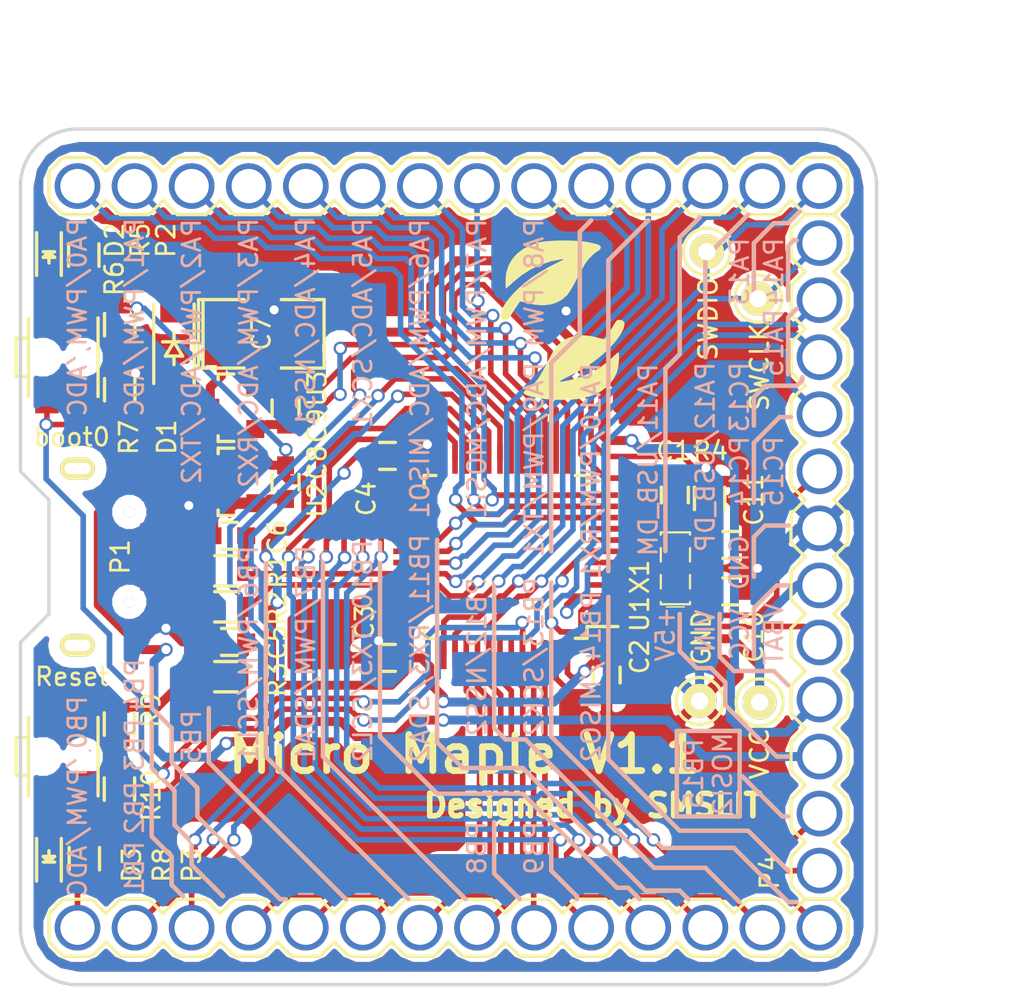
<source format=kicad_pcb>
(kicad_pcb (version 4) (host pcbnew 4.0.4-stable)
  (layers (0 F.Cu signal) (31 B.Cu signal) (34 B.Paste user) (35 F.Paste user) (36 B.SilkS user) (37 F.SilkS user) (38 B.Mask user) (39 F.Mask user) (44 Edge.Cuts user))
  (net 0 "")
  (net 1 GNDA)
  (net 2 VDDA)
  (net 3 VCC)
  (net 4 GND)
  (net 5 /PA12)
  (net 6 /PA11)
  (net 7 +BATT)
  (net 8 /OSC_IN)
  (net 9 /OSC_OUT)
  (net 10 +5V)
  (net 11 "Net-(D2-Pad2)")
  (net 12 "Net-(D3-Pad2)")
  (net 13 "Net-(P1-Pad2)")
  (net 14 "Net-(P1-Pad3)")
  (net 15 "Net-(P1-Pad4)")
  (net 16 "Net-(P1-Pad6)")
  (net 17 /PA13)
  (net 18 /PA6)
  (net 19 /PA7)
  (net 20 /PA8)
  (net 21 /PA10)
  (net 22 /PA9)
  (net 23 /PA3)
  (net 24 /PA4)
  (net 25 /PA5)
  (net 26 /PA2)
  (net 27 /PA1)
  (net 28 /PA0)
  (net 29 /PB12)
  (net 30 /PB13)
  (net 31 /PB6)
  (net 32 /PB7)
  (net 33 /PB8)
  (net 34 /PB11)
  (net 35 /PB10)
  (net 36 /PB9)
  (net 37 /PB3)
  (net 38 /PB4)
  (net 39 /PB5)
  (net 40 /PB2)
  (net 41 /PB1)
  (net 42 /PB0)
  (net 43 /PB14)
  (net 44 /PB15)
  (net 45 /RST)
  (net 46 /PC14)
  (net 47 /PC15)
  (net 48 /VBAT)
  (net 49 /PC13)
  (net 50 /PA15)
  (net 51 /PA14)
  (net 52 "Net-(R6-Pad2)")
  (net 53 "Net-(R10-Pad1)")
  (module Housings_QFP:LQFP-48_7x7mm_Pitch0.5mm (layer F.Cu) (at 151.13 110.49 180)
    (fp_text reference U1 (at -5.969 -2.54 270) (layer F.SilkS) (effects (font (size 0.8 0.8) (thickness 0.12))))
    (fp_text value STM32F103C8T6)
    (pad 1 smd rect (at -4.35 -2.75 180) (size 1.3 0.25) (layers F.Cu F.Paste F.Mask) (net 48 /VBAT))
    (pad 2 smd rect (at -4.35 -2.25 180) (size 1.3 0.25) (layers F.Cu F.Paste F.Mask) (net 49 /PC13))
    (pad 3 smd rect (at -4.35 -1.75 180) (size 1.3 0.25) (layers F.Cu F.Paste F.Mask) (net 46 /PC14))
    (pad 4 smd rect (at -4.35 -1.25 180) (size 1.3 0.25) (layers F.Cu F.Paste F.Mask) (net 47 /PC15))
    (pad 5 smd rect (at -4.35 -0.75 180) (size 1.3 0.25) (layers F.Cu F.Paste F.Mask) (net 8 /OSC_IN))
    (pad 6 smd rect (at -4.35 -0.25 180) (size 1.3 0.25) (layers F.Cu F.Paste F.Mask) (net 9 /OSC_OUT))
    (pad 7 smd rect (at -4.35 0.25 180) (size 1.3 0.25) (layers F.Cu F.Paste F.Mask) (net 45 /RST))
    (pad 8 smd rect (at -4.35 0.75 180) (size 1.3 0.25) (layers F.Cu F.Paste F.Mask) (net 1 GNDA))
    (pad 9 smd rect (at -4.35 1.25 180) (size 1.3 0.25) (layers F.Cu F.Paste F.Mask) (net 2 VDDA))
    (pad 10 smd rect (at -4.35 1.75 180) (size 1.3 0.25) (layers F.Cu F.Paste F.Mask) (net 28 /PA0))
    (pad 11 smd rect (at -4.35 2.25 180) (size 1.3 0.25) (layers F.Cu F.Paste F.Mask) (net 27 /PA1))
    (pad 12 smd rect (at -4.35 2.75 180) (size 1.3 0.25) (layers F.Cu F.Paste F.Mask) (net 26 /PA2))
    (pad 13 smd rect (at -2.75 4.35 270) (size 1.3 0.25) (layers F.Cu F.Paste F.Mask) (net 23 /PA3))
    (pad 14 smd rect (at -2.25 4.35 270) (size 1.3 0.25) (layers F.Cu F.Paste F.Mask) (net 24 /PA4))
    (pad 15 smd rect (at -1.75 4.35 270) (size 1.3 0.25) (layers F.Cu F.Paste F.Mask) (net 25 /PA5))
    (pad 16 smd rect (at -1.25 4.35 270) (size 1.3 0.25) (layers F.Cu F.Paste F.Mask) (net 18 /PA6))
    (pad 17 smd rect (at -0.75 4.35 270) (size 1.3 0.25) (layers F.Cu F.Paste F.Mask) (net 19 /PA7))
    (pad 18 smd rect (at -0.25 4.35 270) (size 1.3 0.25) (layers F.Cu F.Paste F.Mask) (net 42 /PB0))
    (pad 19 smd rect (at 0.25 4.35 270) (size 1.3 0.25) (layers F.Cu F.Paste F.Mask) (net 41 /PB1))
    (pad 20 smd rect (at 0.75 4.35 270) (size 1.3 0.25) (layers F.Cu F.Paste F.Mask) (net 40 /PB2))
    (pad 21 smd rect (at 1.25 4.35 270) (size 1.3 0.25) (layers F.Cu F.Paste F.Mask) (net 35 /PB10))
    (pad 22 smd rect (at 1.75 4.35 270) (size 1.3 0.25) (layers F.Cu F.Paste F.Mask) (net 34 /PB11))
    (pad 23 smd rect (at 2.25 4.35 270) (size 1.3 0.25) (layers F.Cu F.Paste F.Mask) (net 4 GND))
    (pad 24 smd rect (at 2.75 4.35 270) (size 1.3 0.25) (layers F.Cu F.Paste F.Mask) (net 3 VCC))
    (pad 25 smd rect (at 4.35 2.75 180) (size 1.3 0.25) (layers F.Cu F.Paste F.Mask) (net 29 /PB12))
    (pad 26 smd rect (at 4.35 2.25 180) (size 1.3 0.25) (layers F.Cu F.Paste F.Mask) (net 30 /PB13))
    (pad 27 smd rect (at 4.35 1.75 180) (size 1.3 0.25) (layers F.Cu F.Paste F.Mask) (net 43 /PB14))
    (pad 28 smd rect (at 4.35 1.25 180) (size 1.3 0.25) (layers F.Cu F.Paste F.Mask) (net 44 /PB15))
    (pad 29 smd rect (at 4.35 0.75 180) (size 1.3 0.25) (layers F.Cu F.Paste F.Mask) (net 20 /PA8))
    (pad 30 smd rect (at 4.35 0.25 180) (size 1.3 0.25) (layers F.Cu F.Paste F.Mask) (net 22 /PA9))
    (pad 31 smd rect (at 4.35 -0.25 180) (size 1.3 0.25) (layers F.Cu F.Paste F.Mask) (net 21 /PA10))
    (pad 32 smd rect (at 4.35 -0.75 180) (size 1.3 0.25) (layers F.Cu F.Paste F.Mask) (net 6 /PA11))
    (pad 33 smd rect (at 4.35 -1.25 180) (size 1.3 0.25) (layers F.Cu F.Paste F.Mask) (net 5 /PA12))
    (pad 34 smd rect (at 4.35 -1.75 180) (size 1.3 0.25) (layers F.Cu F.Paste F.Mask) (net 17 /PA13))
    (pad 35 smd rect (at 4.35 -2.25 180) (size 1.3 0.25) (layers F.Cu F.Paste F.Mask) (net 4 GND))
    (pad 36 smd rect (at 4.35 -2.75 180) (size 1.3 0.25) (layers F.Cu F.Paste F.Mask) (net 3 VCC))
    (pad 37 smd rect (at 2.75 -4.35 270) (size 1.3 0.25) (layers F.Cu F.Paste F.Mask) (net 51 /PA14))
    (pad 38 smd rect (at 2.25 -4.35 270) (size 1.3 0.25) (layers F.Cu F.Paste F.Mask) (net 50 /PA15))
    (pad 39 smd rect (at 1.75 -4.35 270) (size 1.3 0.25) (layers F.Cu F.Paste F.Mask) (net 37 /PB3))
    (pad 40 smd rect (at 1.25 -4.35 270) (size 1.3 0.25) (layers F.Cu F.Paste F.Mask) (net 38 /PB4))
    (pad 41 smd rect (at 0.75 -4.35 270) (size 1.3 0.25) (layers F.Cu F.Paste F.Mask) (net 39 /PB5))
    (pad 42 smd rect (at 0.25 -4.35 270) (size 1.3 0.25) (layers F.Cu F.Paste F.Mask) (net 31 /PB6))
    (pad 43 smd rect (at -0.25 -4.35 270) (size 1.3 0.25) (layers F.Cu F.Paste F.Mask) (net 32 /PB7))
    (pad 44 smd rect (at -0.75 -4.35 270) (size 1.3 0.25) (layers F.Cu F.Paste F.Mask) (net 33 /PB8))
    (pad 45 smd rect (at -1.25 -4.35 270) (size 1.3 0.25) (layers F.Cu F.Paste F.Mask) (net 33 /PB8))
    (pad 46 smd rect (at -1.75 -4.35 270) (size 1.3 0.25) (layers F.Cu F.Paste F.Mask) (net 36 /PB9))
    (pad 47 smd rect (at -2.25 -4.35 270) (size 1.3 0.25) (layers F.Cu F.Paste F.Mask) (net 4 GND))
    (pad 48 smd rect (at -2.75 -4.35 270) (size 1.3 0.25) (layers F.Cu F.Paste F.Mask) (net 3 VCC))
  )
  (module myFootprints:Debug_Pin_1 (layer F.Cu) (at 162.433 116.967)
    (fp_text reference P7 hide)
    (fp_text value CONN_01X01)
    (pad 1 thru_hole circle (at 0 0) (size 1.524 1.524) (drill 0.762) (layers *.Cu *.Mask F.SilkS) (net 3 VCC))
  )
  (module myFootprints:USB_Micro-B-MK5 (layer F.Cu) (at 133.985 110.49 270)
    (fp_text reference P1 (at 0 0 270) (layer F.SilkS) (effects (font (size 0.8 0.8) (thickness 0.12))))
    (fp_text value USB_OTG)
    (pad 1 smd rect (at -1.3009 -1.56254) (size 1.35 0.4) (layers F.Cu F.Paste F.Mask) (net 10 +5V))
    (pad 2 smd rect (at -0.6509 -1.56254) (size 1.35 0.4) (layers F.Cu F.Paste F.Mask) (net 13 "Net-(P1-Pad2)"))
    (pad 3 smd rect (at -0.0009 -1.56254) (size 1.35 0.4) (layers F.Cu F.Paste F.Mask) (net 14 "Net-(P1-Pad3)"))
    (pad 4 smd rect (at 0.6491 -1.56254) (size 1.35 0.4) (layers F.Cu F.Paste F.Mask) (net 15 "Net-(P1-Pad4)"))
    (pad 5 smd rect (at 1.2991 -1.56254) (size 1.35 0.4) (layers F.Cu F.Paste F.Mask) (net 4 GND))
    (pad 6 thru_hole oval (at -3.937 1.905) (size 1.55 1) (drill oval 1.15 0.5) (layers *.Cu *.Mask F.SilkS) (net 16 "Net-(P1-Pad6)"))
    (pad 6 thru_hole oval (at 3.937 1.905) (size 1.55 1) (drill oval 1.15 0.5) (layers *.Cu *.Mask F.SilkS) (net 16 "Net-(P1-Pad6)"))
    (pad "" thru_hole circle (at 2 -0.4 270) (size 0.5 0.5) (drill 0.5) (layers *.Cu *.Mask F.SilkS))
    (pad "" thru_hole circle (at -2 -0.4 270) (size 0.5 0.5) (drill 0.5) (layers *.Cu *.Mask F.SilkS))
  )
  (module Capacitors_SMD:C_0603 (layer F.Cu) (at 158.6611 107.7341 90)
    (fp_text reference C1 (at 1.9685 -0.0508 360) (layer F.SilkS) (effects (font (size 0.8 0.8) (thickness 0.12))))
    (fp_text value 1uF)
    (pad 1 smd rect (at -0.75 0 90) (size 0.8 0.75) (layers F.Cu F.Paste F.Mask) (net 1 GNDA))
    (pad 2 smd rect (at 0.75 0 90) (size 0.8 0.75) (layers F.Cu F.Paste F.Mask) (net 2 VDDA))
  )
  (module Capacitors_SMD:C_0603 (layer F.Cu) (at 155.6258 115.7478 270)
    (fp_text reference C2 (at -0.8128 -1.4732 270) (layer F.SilkS) (effects (font (size 0.8 0.8) (thickness 0.12))))
    (fp_text value 1uF)
    (pad 1 smd rect (at -0.75 0 270) (size 0.8 0.75) (layers F.Cu F.Paste F.Mask) (net 3 VCC))
    (pad 2 smd rect (at 0.75 0 270) (size 0.8 0.75) (layers F.Cu F.Paste F.Mask) (net 4 GND))
  )
  (module Capacitors_SMD:C_0603 (layer F.Cu) (at 145.8722 114.9858 180)
    (fp_text reference C3 (at 1.016 1.5875 270) (layer F.SilkS) (effects (font (size 0.8 0.8) (thickness 0.12))))
    (fp_text value 1uF)
    (pad 1 smd rect (at -0.75 0 180) (size 0.8 0.75) (layers F.Cu F.Paste F.Mask) (net 3 VCC))
    (pad 2 smd rect (at 0.75 0 180) (size 0.8 0.75) (layers F.Cu F.Paste F.Mask) (net 4 GND))
  )
  (module Capacitors_SMD:C_0603 (layer F.Cu) (at 145.8722 105.9942)
    (fp_text reference C4 (at -0.9398 1.905 90) (layer F.SilkS) (effects (font (size 0.8 0.8) (thickness 0.12))))
    (fp_text value 1uF)
    (pad 1 smd rect (at -0.75 0) (size 0.8 0.75) (layers F.Cu F.Paste F.Mask) (net 3 VCC))
    (pad 2 smd rect (at 0.75 0) (size 0.8 0.75) (layers F.Cu F.Paste F.Mask) (net 4 GND))
  )
  (module Capacitors_SMD:C_0603 (layer F.Cu) (at 138.8364 114.2746 180)
    (fp_text reference C5 (at -2.1336 -0.0254 270) (layer F.SilkS) (effects (font (size 0.8 0.8) (thickness 0.12))))
    (fp_text value 47pF)
    (pad 1 smd rect (at -0.75 0 180) (size 0.8 0.75) (layers F.Cu F.Paste F.Mask) (net 5 /PA12))
    (pad 2 smd rect (at 0.75 0 180) (size 0.8 0.75) (layers F.Cu F.Paste F.Mask) (net 4 GND))
  )
  (module Capacitors_SMD:C_0603 (layer F.Cu) (at 138.8364 109.5502 180)
    (fp_text reference C6 (at -2.1336 -0.0508 270) (layer F.SilkS) (effects (font (size 0.8 0.8) (thickness 0.12))))
    (fp_text value 47pF)
    (pad 1 smd rect (at -0.75 0 180) (size 0.8 0.75) (layers F.Cu F.Paste F.Mask) (net 6 /PA11))
    (pad 2 smd rect (at 0.75 0 180) (size 0.8 0.75) (layers F.Cu F.Paste F.Mask) (net 4 GND))
  )
  (module SMD_Packages:SMD-1210_Pol (layer F.Cu) (at 140.2588 100.5586)
    (fp_text reference C7 (at 0 -0.0254 270) (layer F.SilkS) (effects (font (size 0.8 0.8) (thickness 0.12))))
    (fp_text value 100uF)
    (pad 1 smd rect (at -1.778 0) (size 1.778 2.794) (layers F.Cu F.Paste F.Mask) (net 7 +BATT))
    (pad 2 smd rect (at 1.778 0) (size 1.778 2.794) (layers F.Cu F.Paste F.Mask) (net 4 GND))
  )
  (module Capacitors_SMD:C_0603 (layer F.Cu) (at 141.3383 107.1626 270)
    (fp_text reference C8 (at -0.8636 -1.4097 450) (layer F.SilkS) (effects (font (size 0.8 0.8) (thickness 0.12))))
    (fp_text value 10uF)
    (pad 1 smd rect (at -0.75 0 270) (size 0.8 0.75) (layers F.Cu F.Paste F.Mask) (net 3 VCC))
    (pad 2 smd rect (at 0.75 0 270) (size 0.8 0.75) (layers F.Cu F.Paste F.Mask) (net 4 GND))
  )
  (module Capacitors_SMD:C_0603 (layer F.Cu) (at 141.3383 103.8479 270)
    (fp_text reference C9 (at 0.8001 -1.4097 450) (layer F.SilkS) (effects (font (size 0.8 0.8) (thickness 0.12))))
    (fp_text value 10uF)
    (pad 1 smd rect (at -0.75 0 270) (size 0.8 0.75) (layers F.Cu F.Paste F.Mask) (net 2 VDDA))
    (pad 2 smd rect (at 0.75 0 270) (size 0.8 0.75) (layers F.Cu F.Paste F.Mask) (net 1 GNDA))
  )
  (module Capacitors_SMD:C_0603 (layer F.Cu) (at 161.1503 112.0267 180)
    (fp_text reference C10 (at -1.0287 -2.0193 450) (layer F.SilkS) (effects (font (size 0.8 0.8) (thickness 0.12))))
    (fp_text value 18pF)
    (pad 1 smd rect (at -0.75 0 180) (size 0.8 0.75) (layers F.Cu F.Paste F.Mask) (net 4 GND))
    (pad 2 smd rect (at 0.75 0 180) (size 0.8 0.75) (layers F.Cu F.Paste F.Mask) (net 8 /OSC_IN))
  )
  (module Capacitors_SMD:C_0603 (layer F.Cu) (at 161.1503 109.9566 180)
    (fp_text reference C11 (at -1.0287 2.0066 450) (layer F.SilkS) (effects (font (size 0.8 0.8) (thickness 0.12))))
    (fp_text value 18pF)
    (pad 1 smd rect (at -0.75 0 180) (size 0.8 0.75) (layers F.Cu F.Paste F.Mask) (net 4 GND))
    (pad 2 smd rect (at 0.75 0 180) (size 0.8 0.75) (layers F.Cu F.Paste F.Mask) (net 9 /OSC_OUT))
  )
  (module Diodes_SMD:SOD-123 (layer F.Cu) (at 136.3726 101.2317 270)
    (fp_text reference D1 (at 3.9243 0.3175 270) (layer F.SilkS) (effects (font (size 0.8 0.8) (thickness 0.12))))
    (fp_text value D_Small)
    (pad 1 smd rect (at -1.635 0 270) (size 0.91 1.22) (layers F.Cu F.Paste F.Mask) (net 7 +BATT))
    (pad 2 smd rect (at 1.635 0 270) (size 0.91 1.22) (layers F.Cu F.Paste F.Mask) (net 10 +5V))
  )
  (module LEDs:LED_0603 (layer F.Cu) (at 130.81 97.155 270)
    (fp_text reference D2 (at -0.762 -2.921 450) (layer F.SilkS) (effects (font (size 0.8 0.8) (thickness 0.12))))
    (fp_text value PWR)
    (pad 2 smd rect (at 0.7493 0 90) (size 0.79756 0.79756) (layers F.Cu F.Paste F.Mask) (net 11 "Net-(D2-Pad2)"))
    (pad 1 smd rect (at -0.7493 0 90) (size 0.79756 0.79756) (layers F.Cu F.Paste F.Mask) (net 4 GND))
  )
  (module LEDs:LED_0603 (layer F.Cu) (at 130.81 123.825 90)
    (fp_text reference D3 (at -0.381 3.683 90) (layer F.SilkS) (effects (font (size 0.8 0.8) (thickness 0.12))))
    (fp_text value GREEN)
    (pad 2 smd rect (at 0.7493 0 270) (size 0.79756 0.79756) (layers F.Cu F.Paste F.Mask) (net 12 "Net-(D3-Pad2)"))
    (pad 1 smd rect (at -0.7493 0 270) (size 0.79756 0.79756) (layers F.Cu F.Paste F.Mask) (net 4 GND))
  )
  (module myFootprints:Connector_FAD_14x1 (layer F.Cu) (at 148.59 93.98)
    (fp_text reference P2 (at -12.573 2.413 270) (layer F.SilkS) (effects (font (size 0.8 0.8) (thickness 0.12))))
    (fp_text value CONN_01X14)
    (pad 13 thru_hole circle (at 13.97 0) (size 2.032 2.032) (drill 1.524) (layers *.Cu *.Mask) (net 5 /PA12))
    (pad 14 thru_hole circle (at 16.51 0) (size 2.032 2.032) (drill 1.524) (layers *.Cu *.Mask) (net 17 /PA13))
    (pad 7 thru_hole circle (at -1.27 0) (size 2.032 2.032) (drill 1.524) (layers *.Cu *.Mask) (net 18 /PA6))
    (pad 8 thru_hole circle (at 1.27 0) (size 2.032 2.032) (drill 1.524) (layers *.Cu *.Mask) (net 19 /PA7))
    (pad 9 thru_hole circle (at 3.81 0) (size 2.032 2.032) (drill 1.524) (layers *.Cu *.Mask) (net 20 /PA8))
    (pad 12 thru_hole circle (at 11.43 0) (size 2.032 2.032) (drill 1.524) (layers *.Cu *.Mask) (net 6 /PA11))
    (pad 11 thru_hole circle (at 8.89 0) (size 2.032 2.032) (drill 1.524) (layers *.Cu *.Mask) (net 21 /PA10))
    (pad 10 thru_hole circle (at 6.35 0) (size 2.032 2.032) (drill 1.524) (layers *.Cu *.Mask) (net 22 /PA9))
    (pad 4 thru_hole circle (at -8.89 0) (size 2.032 2.032) (drill 1.524) (layers *.Cu *.Mask) (net 23 /PA3))
    (pad 5 thru_hole circle (at -6.35 0) (size 2.032 2.032) (drill 1.524) (layers *.Cu *.Mask) (net 24 /PA4))
    (pad 6 thru_hole circle (at -3.81 0) (size 2.032 2.032) (drill 1.524) (layers *.Cu *.Mask) (net 25 /PA5))
    (pad 3 thru_hole circle (at -11.43 0) (size 2.032 2.032) (drill 1.524) (layers *.Cu *.Mask) (net 26 /PA2))
    (pad 2 thru_hole circle (at -13.97 0) (size 2.032 2.032) (drill 1.524) (layers *.Cu *.Mask) (net 27 /PA1))
    (pad 1 thru_hole circle (at -16.51 0) (size 2.032 2.032) (drill 1.524) (layers *.Cu *.Mask) (net 28 /PA0))
  )
  (module myFootprints:Connector_FAD_14x1 (layer F.Cu) (at 148.59 127)
    (fp_text reference P3 (at -11.43 -2.794 90) (layer F.SilkS) (effects (font (size 0.8 0.8) (thickness 0.12))))
    (fp_text value CONN_01X14)
    (pad 13 thru_hole circle (at 13.97 0) (size 2.032 2.032) (drill 1.524) (layers *.Cu *.Mask) (net 29 /PB12))
    (pad 14 thru_hole circle (at 16.51 0) (size 2.032 2.032) (drill 1.524) (layers *.Cu *.Mask) (net 30 /PB13))
    (pad 7 thru_hole circle (at -1.27 0) (size 2.032 2.032) (drill 1.524) (layers *.Cu *.Mask) (net 31 /PB6))
    (pad 8 thru_hole circle (at 1.27 0) (size 2.032 2.032) (drill 1.524) (layers *.Cu *.Mask) (net 32 /PB7))
    (pad 9 thru_hole circle (at 3.81 0) (size 2.032 2.032) (drill 1.524) (layers *.Cu *.Mask) (net 33 /PB8))
    (pad 12 thru_hole circle (at 11.43 0) (size 2.032 2.032) (drill 1.524) (layers *.Cu *.Mask) (net 34 /PB11))
    (pad 11 thru_hole circle (at 8.89 0) (size 2.032 2.032) (drill 1.524) (layers *.Cu *.Mask) (net 35 /PB10))
    (pad 10 thru_hole circle (at 6.35 0) (size 2.032 2.032) (drill 1.524) (layers *.Cu *.Mask) (net 36 /PB9))
    (pad 4 thru_hole circle (at -8.89 0) (size 2.032 2.032) (drill 1.524) (layers *.Cu *.Mask) (net 37 /PB3))
    (pad 5 thru_hole circle (at -6.35 0) (size 2.032 2.032) (drill 1.524) (layers *.Cu *.Mask) (net 38 /PB4))
    (pad 6 thru_hole circle (at -3.81 0) (size 2.032 2.032) (drill 1.524) (layers *.Cu *.Mask) (net 39 /PB5))
    (pad 3 thru_hole circle (at -11.43 0) (size 2.032 2.032) (drill 1.524) (layers *.Cu *.Mask) (net 40 /PB2))
    (pad 2 thru_hole circle (at -13.97 0) (size 2.032 2.032) (drill 1.524) (layers *.Cu *.Mask) (net 41 /PB1))
    (pad 1 thru_hole circle (at -16.51 0) (size 2.032 2.032) (drill 1.524) (layers *.Cu *.Mask) (net 42 /PB0))
  )
  (module myFootprints:Connector_FAD_12x1 (layer F.Cu) (at 165.1 110.49 270)
    (fp_text reference P4 (at 14.0335 2.2225 270) (layer F.SilkS) (effects (font (size 0.8 0.8) (thickness 0.12))))
    (fp_text value CONN_01X12)
    (pad 7 thru_hole circle (at 1.27 0 270) (size 2.032 2.032) (drill 1.524) (layers *.Cu *.Mask) (net 3 VCC))
    (pad 8 thru_hole circle (at 3.81 0 270) (size 2.032 2.032) (drill 1.524) (layers *.Cu *.Mask) (net 48 /VBAT))
    (pad 9 thru_hole circle (at 6.35 0 270) (size 2.032 2.032) (drill 1.524) (layers *.Cu *.Mask) (net 7 +BATT))
    (pad 12 thru_hole circle (at 13.97 0 270) (size 2.032 2.032) (drill 1.524) (layers *.Cu *.Mask) (net 43 /PB14))
    (pad 11 thru_hole circle (at 11.43 0 270) (size 2.032 2.032) (drill 1.524) (layers *.Cu *.Mask) (net 44 /PB15))
    (pad 10 thru_hole circle (at 8.89 0 270) (size 2.032 2.032) (drill 1.524) (layers *.Cu *.Mask) (net 10 +5V))
    (pad 4 thru_hole circle (at -6.35 0 270) (size 2.032 2.032) (drill 1.524) (layers *.Cu *.Mask) (net 46 /PC14))
    (pad 5 thru_hole circle (at -3.81 0 270) (size 2.032 2.032) (drill 1.524) (layers *.Cu *.Mask) (net 47 /PC15))
    (pad 6 thru_hole circle (at -1.27 0 270) (size 2.032 2.032) (drill 1.524) (layers *.Cu *.Mask) (net 4 GND))
    (pad 3 thru_hole circle (at -8.89 0 270) (size 2.032 2.032) (drill 1.524) (layers *.Cu *.Mask) (net 49 /PC13))
    (pad 2 thru_hole circle (at -11.43 0 270) (size 2.032 2.032) (drill 1.524) (layers *.Cu *.Mask) (net 50 /PA15))
    (pad 1 thru_hole circle (at -13.97 0 270) (size 2.032 2.032) (drill 1.524) (layers *.Cu *.Mask) (net 51 /PA14))
  )
  (module Resistors_SMD:R_0603 (layer F.Cu) (at 138.684 111.1123 180)
    (fp_text reference R1 (at -2.286 -0.0127 450) (layer F.SilkS) (effects (font (size 0.8 0.8) (thickness 0.12))))
    (fp_text value 22)
    (pad 1 smd rect (at -0.75 0 180) (size 0.5 0.9) (layers F.Cu F.Paste F.Mask) (net 6 /PA11))
    (pad 2 smd rect (at 0.75 0 180) (size 0.5 0.9) (layers F.Cu F.Paste F.Mask) (net 13 "Net-(P1-Pad2)"))
  )
  (module Resistors_SMD:R_0603 (layer F.Cu) (at 138.684 112.7125 180)
    (fp_text reference R2 (at -2.286 -0.0635 450) (layer F.SilkS) (effects (font (size 0.8 0.8) (thickness 0.12))))
    (fp_text value 22)
    (pad 1 smd rect (at -0.75 0 180) (size 0.5 0.9) (layers F.Cu F.Paste F.Mask) (net 5 /PA12))
    (pad 2 smd rect (at 0.75 0 180) (size 0.5 0.9) (layers F.Cu F.Paste F.Mask) (net 14 "Net-(P1-Pad3)"))
  )
  (module Resistors_SMD:R_0603 (layer F.Cu) (at 138.684 115.824 180)
    (fp_text reference R3 (at -2.286 -0.127 270) (layer F.SilkS) (effects (font (size 0.8 0.8) (thickness 0.12))))
    (fp_text value 1.5K)
    (pad 1 smd rect (at -0.75 0 180) (size 0.5 0.9) (layers F.Cu F.Paste F.Mask) (net 5 /PA12))
    (pad 2 smd rect (at 0.75 0 180) (size 0.5 0.9) (layers F.Cu F.Paste F.Mask) (net 3 VCC))
  )
  (module Resistors_SMD:R_0603 (layer F.Cu) (at 160.2105 107.8865 270)
    (fp_text reference R4 (at -2.1209 -0.0381 540) (layer F.SilkS) (effects (font (size 0.8 0.8) (thickness 0.12))))
    (fp_text value 0)
    (pad 1 smd rect (at -0.75 0 270) (size 0.5 0.9) (layers F.Cu F.Paste F.Mask) (net 4 GND))
    (pad 2 smd rect (at 0.75 0 270) (size 0.5 0.9) (layers F.Cu F.Paste F.Mask) (net 1 GNDA))
  )
  (module Resistors_SMD:R_0603 (layer F.Cu) (at 132.3594 97.0534 90)
    (fp_text reference R5 (at 0.6604 2.5146 270) (layer F.SilkS) (effects (font (size 0.8 0.8) (thickness 0.12))))
    (fp_text value 1K)
    (pad 1 smd rect (at -0.75 0 90) (size 0.5 0.9) (layers F.Cu F.Paste F.Mask) (net 11 "Net-(D2-Pad2)"))
    (pad 2 smd rect (at 0.75 0 90) (size 0.5 0.9) (layers F.Cu F.Paste F.Mask) (net 3 VCC))
  )
  (module Resistors_SMD:R_0603 (layer F.Cu) (at 133.9596 100.1522 270)
    (fp_text reference R6 (at -2.0574 0.2413 450) (layer F.SilkS) (effects (font (size 0.8 0.8) (thickness 0.12))))
    (fp_text value 1K)
    (pad 1 smd rect (at -0.75 0 270) (size 0.5 0.9) (layers F.Cu F.Paste F.Mask) (net 3 VCC))
    (pad 2 smd rect (at 0.75 0 270) (size 0.5 0.9) (layers F.Cu F.Paste F.Mask) (net 52 "Net-(R6-Pad2)"))
  )
  (module Resistors_SMD:R_0603 (layer F.Cu) (at 133.9596 103.0478 270)
    (fp_text reference R7 (at 2.1209 -0.4064 450) (layer F.SilkS) (effects (font (size 0.8 0.8) (thickness 0.12))))
    (fp_text value 10K)
    (pad 1 smd rect (at -0.75 0 270) (size 0.5 0.9) (layers F.Cu F.Paste F.Mask) (net 4 GND))
    (pad 2 smd rect (at 0.75 0 270) (size 0.5 0.9) (layers F.Cu F.Paste F.Mask) (net 33 /PB8))
  )
  (module Resistors_SMD:R_0603 (layer F.Cu) (at 132.3848 123.9266 270)
    (fp_text reference R8 (at 0.2794 -3.4798 450) (layer F.SilkS) (effects (font (size 0.8 0.8) (thickness 0.12))))
    (fp_text value 1K)
    (pad 1 smd rect (at -0.75 0 270) (size 0.5 0.9) (layers F.Cu F.Paste F.Mask) (net 12 "Net-(D3-Pad2)"))
    (pad 2 smd rect (at 0.75 0 270) (size 0.5 0.9) (layers F.Cu F.Paste F.Mask) (net 42 /PB0))
  )
  (module Resistors_SMD:R_0603 (layer F.Cu) (at 133.9469 117.9322 90)
    (fp_text reference R9 (at 0.6096 1.4097 90) (layer F.SilkS) (effects (font (size 0.8 0.8) (thickness 0.12))))
    (fp_text value 10K)
    (pad 1 smd rect (at -0.75 0 90) (size 0.5 0.9) (layers F.Cu F.Paste F.Mask) (net 45 /RST))
    (pad 2 smd rect (at 0.75 0 90) (size 0.5 0.9) (layers F.Cu F.Paste F.Mask) (net 3 VCC))
  )
  (module Resistors_SMD:R_0603 (layer F.Cu) (at 133.9469 120.8278 270)
    (fp_text reference R10 (at 0.2794 -1.4097 450) (layer F.SilkS) (effects (font (size 0.8 0.8) (thickness 0.12))))
    (fp_text value 1K)
    (pad 1 smd rect (at -0.75 0 270) (size 0.5 0.9) (layers F.Cu F.Paste F.Mask) (net 53 "Net-(R10-Pad1)"))
    (pad 2 smd rect (at 0.75 0 270) (size 0.5 0.9) (layers F.Cu F.Paste F.Mask) (net 4 GND))
  )
  (module Buttons_Switches_SMD:SW_SPST_EVQP7C (layer F.Cu) (at 131.445 101.6 270)
    (fp_text reference SW1 hide)
    (fp_text value USR_BUT)
    (pad 1 smd rect (at 1.8 -0.725 270) (size 1.4 1.05) (layers F.Cu F.Paste F.Mask) (net 52 "Net-(R6-Pad2)"))
    (pad 1 smd rect (at -1.8 -0.725 270) (size 1.4 1.05) (layers F.Cu F.Paste F.Mask) (net 52 "Net-(R6-Pad2)"))
    (pad 2 smd rect (at 1.8 0.725 270) (size 1.4 1.05) (layers F.Cu F.Paste F.Mask) (net 33 /PB8))
    (pad 2 smd rect (at -1.8 0.725 270) (size 1.4 1.05) (layers F.Cu F.Paste F.Mask) (net 33 /PB8))
    (pad "" np_thru_hole circle (at 0 -0.9 270) (size 0.7 0.7) (drill 0.7) (layers *.Cu *.Mask))
    (pad "" np_thru_hole circle (at 0 0.9 270) (size 0.7 0.7) (drill 0.7) (layers *.Cu *.Mask))
  )
  (module Buttons_Switches_SMD:SW_SPST_EVQP7C (layer F.Cu) (at 131.445 119.38 270)
    (fp_text reference SW2 hide)
    (fp_text value RST_BUTTON)
    (pad 1 smd rect (at 1.8 -0.725 270) (size 1.4 1.05) (layers F.Cu F.Paste F.Mask) (net 45 /RST))
    (pad 1 smd rect (at -1.8 -0.725 270) (size 1.4 1.05) (layers F.Cu F.Paste F.Mask) (net 45 /RST))
    (pad 2 smd rect (at 1.8 0.725 270) (size 1.4 1.05) (layers F.Cu F.Paste F.Mask) (net 53 "Net-(R10-Pad1)"))
    (pad 2 smd rect (at -1.8 0.725 270) (size 1.4 1.05) (layers F.Cu F.Paste F.Mask) (net 53 "Net-(R10-Pad1)"))
    (pad "" np_thru_hole circle (at 0 -0.9 270) (size 0.7 0.7) (drill 0.7) (layers *.Cu *.Mask))
    (pad "" np_thru_hole circle (at 0 0.9 270) (size 0.7 0.7) (drill 0.7) (layers *.Cu *.Mask))
  )
  (module TO_SOT_Packages_SMD:SOT-23 (layer F.Cu) (at 138.9888 107.1499 90)
    (fp_text reference U2 (at -0.8001 3.7592 90) (layer F.SilkS) (effects (font (size 0.8 0.8) (thickness 0.12))))
    (fp_text value XC6206P332MR)
    (pad 1 smd rect (at -0.95 1.00076 90) (size 0.8001 0.8001) (layers F.Cu F.Paste F.Mask) (net 4 GND))
    (pad 2 smd rect (at 0.95 1.00076 90) (size 0.8001 0.8001) (layers F.Cu F.Paste F.Mask) (net 3 VCC))
    (pad 3 smd rect (at 0 -0.99822 90) (size 0.8001 0.8001) (layers F.Cu F.Paste F.Mask) (net 7 +BATT))
  )
  (module TO_SOT_Packages_SMD:SOT-23 (layer F.Cu) (at 138.9888 103.8479 90)
    (fp_text reference U3 (at 0.8509 3.7592 90) (layer F.SilkS) (effects (font (size 0.8 0.8) (thickness 0.12))))
    (fp_text value XC6206P332MR)
    (pad 1 smd rect (at -0.95 1.00076 90) (size 0.8001 0.8001) (layers F.Cu F.Paste F.Mask) (net 1 GNDA))
    (pad 2 smd rect (at 0.95 1.00076 90) (size 0.8001 0.8001) (layers F.Cu F.Paste F.Mask) (net 2 VDDA))
    (pad 3 smd rect (at 0 -0.99822 90) (size 0.8001 0.8001) (layers F.Cu F.Paste F.Mask) (net 7 +BATT))
  )
  (module myFootprints:Resonator_3.2x1.5mm (layer F.Cu) (at 158.6865 110.998 90)
    (fp_text reference X1 (at -0.381 -1.5875 270) (layer F.SilkS) (effects (font (size 0.8 0.8) (thickness 0.12))))
    (fp_text value 8MHz_OSC)
    (pad 2 smd rect (at 1.2 0 90) (size 0.5 1.6) (layers F.Cu F.Paste F.Mask) (net 9 /OSC_OUT))
    (pad 3 smd rect (at 0 0 90) (size 0.5 1.6) (layers F.Cu F.Paste F.Mask) (net 4 GND))
    (pad 1 smd rect (at -1.2 0 90) (size 0.5 1.6) (layers F.Cu F.Paste F.Mask) (net 8 /OSC_IN))
  )
  (module myFootprints:Debug_Pin_1 (layer F.Cu) (at 160.0835 96.901)
    (fp_text reference P5 hide)
    (fp_text value CONN_01X01)
    (pad 1 thru_hole circle (at 0 0) (size 1.524 1.524) (drill 0.762) (layers *.Cu *.Mask F.SilkS) (net 17 /PA13))
  )
  (module myFootprints:Debug_Pin_1 (layer F.Cu) (at 162.3695 98.9965)
    (fp_text reference P6 hide)
    (fp_text value CONN_01X01)
    (pad 1 thru_hole circle (at 0 0) (size 1.524 1.524) (drill 0.762) (layers *.Cu *.Mask F.SilkS) (net 51 /PA14))
  )
  (module myFootprints:Debug_Pin_1 (layer F.Cu) (at 159.766 116.9035)
    (fp_text reference P8 hide)
    (fp_text value CONN_01X01)
    (pad 1 thru_hole circle (at 0 0) (size 1.524 1.524) (drill 0.762) (layers *.Cu *.Mask F.SilkS) (net 4 GND))
  )
  (module myFootprints:logo (layer F.Cu) (at 153.67 99.9744 180)
    (fp_text reference G*** hide)
    (fp_text value LOGO hide)
  )
  (gr_text "Designed by SMSLIT" (at 155.0162 121.5644) (layer F.SilkS) (effects (font (size 1 1) (thickness 0.25))))
  (gr_text "Micro Maple V1.1" (at 149.3012 119.2784) (layer F.SilkS) (effects (font (size 1.6 1.6) (thickness 0.3))))
  (gr_line (start 158.877 125.349) (end 159.258 125.73) (angle 90) (layer B.SilkS) (width 0.2))
  (gr_line (start 149.352 119.888) (end 151.892 119.888) (angle 90) (layer B.SilkS) (width 0.2))
  (gr_line (start 157.353 125.349) (end 158.877 125.349) (angle 90) (layer B.SilkS) (width 0.2))
  (gr_line (start 151.892 119.888) (end 157.353 125.349) (angle 90) (layer B.SilkS) (width 0.2))
  (gr_line (start 148.59 119.253) (end 149.225 119.888) (angle 90) (layer B.SilkS) (width 0.2))
  (gr_line (start 151.892 121.031) (end 156.083 125.222) (angle 90) (layer B.SilkS) (width 0.2))
  (gr_line (start 148.082 121.031) (end 151.892 121.031) (angle 90) (layer B.SilkS) (width 0.2))
  (gr_line (start 146.812 119.761) (end 148.082 121.031) (angle 90) (layer B.SilkS) (width 0.2))
  (gr_line (start 154.305 125.603) (end 154.305 125.73) (angle 90) (layer B.SilkS) (width 0.2))
  (gr_line (start 153.162 124.46) (end 154.305 125.603) (angle 90) (layer B.SilkS) (width 0.2))
  (gr_line (start 153.162 123.063) (end 153.162 124.46) (angle 90) (layer B.SilkS) (width 0.2))
  (gr_line (start 150.622 124.587) (end 151.765 125.73) (angle 90) (layer B.SilkS) (width 0.2))
  (gr_line (start 150.622 122.301) (end 150.622 124.587) (angle 90) (layer B.SilkS) (width 0.2))
  (gr_line (start 163.449 122.047) (end 163.703 122.047) (angle 90) (layer B.SilkS) (width 0.2))
  (gr_line (start 162.687 121.285) (end 163.449 122.047) (angle 90) (layer B.SilkS) (width 0.2))
  (gr_line (start 161.671 120.269) (end 162.687 121.285) (angle 90) (layer B.SilkS) (width 0.2))
  (gr_line (start 158.75 118.237) (end 158.75 118.872) (angle 90) (layer B.SilkS) (width 0.2))
  (gr_line (start 161.544 118.237) (end 158.75 118.237) (angle 90) (layer B.SilkS) (width 0.2))
  (gr_line (start 161.544 122.047) (end 161.544 118.237) (angle 90) (layer B.SilkS) (width 0.2))
  (gr_line (start 158.75 122.047) (end 161.544 122.047) (angle 90) (layer B.SilkS) (width 0.2))
  (gr_line (start 158.75 118.745) (end 158.75 122.047) (angle 90) (layer B.SilkS) (width 0.2))
  (gr_line (start 163.195 123.952) (end 163.703 124.46) (angle 90) (layer B.SilkS) (width 0.2))
  (gr_line (start 161.925 122.682) (end 163.195 123.952) (angle 90) (layer B.SilkS) (width 0.2))
  (gr_line (start 158.877 122.682) (end 161.925 122.682) (angle 90) (layer B.SilkS) (width 0.2))
  (gr_line (start 155.702 119.507) (end 158.877 122.682) (angle 90) (layer B.SilkS) (width 0.2))
  (gr_line (start 155.702 112.268) (end 155.702 119.507) (angle 90) (layer B.SilkS) (width 0.2))
  (gr_text "PB15\nMOSI2" (at 160.147 120.142 90) (layer B.SilkS) (effects (font (size 0.8 0.8) (thickness 0.12)) (justify mirror)))
  (gr_line (start 163.703 125.857) (end 164.084 125.857) (angle 90) (layer B.SilkS) (width 0.2))
  (gr_line (start 161.29 123.444) (end 163.703 125.857) (angle 90) (layer B.SilkS) (width 0.2))
  (gr_line (start 160.782 123.444) (end 161.29 123.444) (angle 90) (layer B.SilkS) (width 0.2))
  (gr_line (start 158.115 123.444) (end 160.782 123.444) (angle 90) (layer B.SilkS) (width 0.2))
  (gr_line (start 153.162 118.491) (end 158.115 123.444) (angle 90) (layer B.SilkS) (width 0.2))
  (gr_line (start 153.162 111.633) (end 153.162 118.491) (angle 90) (layer B.SilkS) (width 0.2))
  (gr_line (start 160.02 124.333) (end 161.544 125.857) (angle 90) (layer B.SilkS) (width 0.2))
  (gr_line (start 157.734 124.333) (end 160.02 124.333) (angle 90) (layer B.SilkS) (width 0.2))
  (gr_line (start 152.019 118.618) (end 157.734 124.333) (angle 90) (layer B.SilkS) (width 0.2))
  (gr_line (start 151.13 118.618) (end 152.019 118.618) (angle 90) (layer B.SilkS) (width 0.2))
  (gr_line (start 150.622 118.11) (end 151.13 118.618) (angle 90) (layer B.SilkS) (width 0.2))
  (gr_line (start 150.622 111.633) (end 150.622 118.11) (angle 90) (layer B.SilkS) (width 0.2))
  (gr_text PB14/MISO2 (at 154.94 115.824 90) (layer B.SilkS) (effects (font (size 0.8 0.8) (thickness 0.12)) (justify mirror)))
  (gr_text PB13/SCK2 (at 152.4 114.935 90) (layer B.SilkS) (effects (font (size 0.8 0.8) (thickness 0.12)) (justify mirror)))
  (gr_text PB12/NSS2 (at 149.86 114.935 90) (layer B.SilkS) (effects (font (size 0.8 0.8) (thickness 0.12)) (justify mirror)))
  (gr_line (start 157.48 125.349) (end 158.369 125.349) (angle 90) (layer B.SilkS) (width 0.2))
  (gr_line (start 148.082 118.745) (end 148.59 119.253) (angle 90) (layer B.SilkS) (width 0.2))
  (gr_line (start 148.082 115.316) (end 148.082 118.745) (angle 90) (layer B.SilkS) (width 0.2))
  (gr_line (start 148.082 109.728) (end 148.082 115.443) (angle 90) (layer B.SilkS) (width 0.2))
  (gr_line (start 156.591 125.222) (end 156.083 125.222) (angle 90) (layer B.SilkS) (width 0.2))
  (gr_line (start 156.591 125.222) (end 157.099 125.73) (angle 90) (layer B.SilkS) (width 0.2))
  (gr_line (start 146.558 119.507) (end 146.939 119.888) (angle 90) (layer B.SilkS) (width 0.2))
  (gr_line (start 145.542 118.491) (end 146.558 119.507) (angle 90) (layer B.SilkS) (width 0.2))
  (gr_line (start 145.542 109.855) (end 145.542 118.491) (angle 90) (layer B.SilkS) (width 0.2))
  (gr_line (start 143.002 119.38) (end 149.352 125.73) (angle 90) (layer B.SilkS) (width 0.2))
  (gr_line (start 143.002 110.363) (end 143.002 119.38) (angle 90) (layer B.SilkS) (width 0.2))
  (gr_line (start 140.462 119.38) (end 146.812 125.73) (angle 90) (layer B.SilkS) (width 0.2))
  (gr_line (start 140.462 110.363) (end 140.462 119.38) (angle 90) (layer B.SilkS) (width 0.2))
  (gr_line (start 137.922 119.634) (end 144.018 125.73) (angle 90) (layer B.SilkS) (width 0.2))
  (gr_line (start 137.922 118.999) (end 137.922 119.634) (angle 90) (layer B.SilkS) (width 0.2))
  (gr_line (start 137.922 117.221) (end 137.922 118.999) (angle 90) (layer B.SilkS) (width 0.2))
  (gr_line (start 141.097 125.73) (end 141.351 125.73) (angle 90) (layer B.SilkS) (width 0.2))
  (gr_line (start 138.176 122.809) (end 141.097 125.73) (angle 90) (layer B.SilkS) (width 0.2))
  (gr_line (start 137.414 122.047) (end 138.176 122.809) (angle 90) (layer B.SilkS) (width 0.2))
  (gr_line (start 137.414 120.777) (end 137.414 122.047) (angle 90) (layer B.SilkS) (width 0.2))
  (gr_line (start 136.271 119.634) (end 137.414 120.777) (angle 90) (layer B.SilkS) (width 0.2))
  (gr_line (start 136.271 118.11) (end 136.271 119.634) (angle 90) (layer B.SilkS) (width 0.2))
  (gr_line (start 135.382 117.221) (end 136.271 118.11) (angle 90) (layer B.SilkS) (width 0.2))
  (gr_line (start 135.382 115.443) (end 135.382 117.221) (angle 90) (layer B.SilkS) (width 0.2))
  (gr_line (start 137.16 124.206) (end 138.557 125.603) (angle 90) (layer B.SilkS) (width 0.2))
  (gr_line (start 137.16 123.19) (end 137.16 124.206) (angle 90) (layer B.SilkS) (width 0.2))
  (gr_line (start 136.398 122.428) (end 137.16 123.19) (angle 90) (layer B.SilkS) (width 0.2))
  (gr_line (start 136.398 120.904) (end 136.398 122.428) (angle 90) (layer B.SilkS) (width 0.2))
  (gr_line (start 135.382 119.888) (end 136.398 120.904) (angle 90) (layer B.SilkS) (width 0.2))
  (gr_line (start 135.382 117.856) (end 135.382 119.888) (angle 90) (layer B.SilkS) (width 0.2))
  (gr_line (start 136.271 125.095) (end 136.779 125.603) (angle 90) (layer B.SilkS) (width 0.2))
  (gr_line (start 136.271 123.825) (end 136.271 125.095) (angle 90) (layer B.SilkS) (width 0.2))
  (gr_line (start 135.382 122.936) (end 136.271 123.825) (angle 90) (layer B.SilkS) (width 0.2))
  (gr_line (start 135.382 122.555) (end 135.382 122.936) (angle 90) (layer B.SilkS) (width 0.2))
  (gr_line (start 135.382 120.65) (end 135.382 122.555) (angle 90) (layer B.SilkS) (width 0.2))
  (gr_text PB11/RX3/SDA2 (at 147.32 114.554 90) (layer B.SilkS) (effects (font (size 0.8 0.8) (thickness 0.12)) (justify mirror)))
  (gr_text PB10/TX3/SCL2 (at 144.78 114.681 90) (layer B.SilkS) (effects (font (size 0.8 0.8) (thickness 0.12)) (justify mirror)))
  (gr_text PB9 (at 152.4 123.444 90) (layer B.SilkS) (effects (font (size 0.8 0.8) (thickness 0.12)) (justify mirror)))
  (gr_text PB8 (at 149.86 123.444 90) (layer B.SilkS) (effects (font (size 0.8 0.8) (thickness 0.12)) (justify mirror)))
  (gr_text PB7/PWM/SDA1 (at 142.24 114.808 90) (layer B.SilkS) (effects (font (size 0.8 0.8) (thickness 0.12)) (justify mirror)))
  (gr_text PB6/PWM/SCL1 (at 139.7 114.808 90) (layer B.SilkS) (effects (font (size 0.8 0.8) (thickness 0.12)) (justify mirror)))
  (gr_text PB5 (at 137.16 118.491 90) (layer B.SilkS) (effects (font (size 0.8 0.8) (thickness 0.12)) (justify mirror)))
  (gr_text PB4 (at 134.62 116.205 90) (layer B.SilkS) (effects (font (size 0.8 0.8) (thickness 0.12)) (justify mirror)))
  (gr_text PB3 (at 134.62 118.872 90) (layer B.SilkS) (effects (font (size 0.8 0.8) (thickness 0.12)) (justify mirror)))
  (gr_text PB2 (at 134.62 121.666 90) (layer B.SilkS) (effects (font (size 0.8 0.8) (thickness 0.12)) (justify mirror)))
  (gr_text PB1 (at 134.62 124.333 90) (layer B.SilkS) (effects (font (size 0.8 0.8) (thickness 0.12)) (justify mirror)))
  (gr_text PB0/PWM/ADC (at 132.08 121.158 90) (layer B.SilkS) (effects (font (size 0.8 0.8) (thickness 0.12)) (justify mirror)))
  (gr_line (start 163.195 119.38) (end 163.703 119.38) (angle 90) (layer B.SilkS) (width 0.2))
  (gr_line (start 160.909 117.094) (end 163.195 119.38) (angle 90) (layer B.SilkS) (width 0.2))
  (gr_line (start 160.909 116.078) (end 160.909 117.094) (angle 90) (layer B.SilkS) (width 0.2))
  (gr_line (start 160.274 115.443) (end 160.909 116.078) (angle 90) (layer B.SilkS) (width 0.2))
  (gr_line (start 159.639 115.443) (end 160.274 115.443) (angle 90) (layer B.SilkS) (width 0.2))
  (gr_line (start 158.877 114.681) (end 159.639 115.443) (angle 90) (layer B.SilkS) (width 0.2))
  (gr_line (start 158.877 113.03) (end 158.877 114.681) (angle 90) (layer B.SilkS) (width 0.2))
  (gr_line (start 163.068 115.57) (end 163.703 116.205) (angle 90) (layer B.SilkS) (width 0.2))
  (gr_line (start 161.29 115.57) (end 163.068 115.57) (angle 90) (layer B.SilkS) (width 0.2))
  (gr_line (start 160.655 114.935) (end 161.29 115.57) (angle 90) (layer B.SilkS) (width 0.2))
  (gr_line (start 160.655 113.03) (end 160.655 114.935) (angle 90) (layer B.SilkS) (width 0.2))
  (gr_text +5V (at 158.242 113.919 90) (layer B.SilkS) (effects (font (size 0.8 0.8) (thickness 0.12)) (justify mirror)))
  (gr_text VIN (at 160.02 113.792 90) (layer B.SilkS) (effects (font (size 0.8 0.8) (thickness 0.12)) (justify mirror)))
  (gr_line (start 162.179 114.046) (end 162.179 114.935) (angle 90) (layer B.SilkS) (width 0.2))
  (gr_text VBAT (at 163.068 113.919 90) (layer B.SilkS) (effects (font (size 0.8 0.8) (thickness 0.12)) (justify mirror)))
  (gr_line (start 163.195 111.76) (end 163.703 111.76) (angle 90) (layer B.SilkS) (width 0.2))
  (gr_line (start 162.179 112.776) (end 163.195 111.76) (angle 90) (layer B.SilkS) (width 0.2))
  (gr_line (start 162.179 114.046) (end 162.179 112.776) (angle 90) (layer B.SilkS) (width 0.2))
  (gr_text VCC (at 161.544 113.919 90) (layer B.SilkS) (effects (font (size 0.8 0.8) (thickness 0.12)) (justify mirror)))
  (gr_line (start 162.687 109.093) (end 163.703 109.093) (angle 90) (layer B.SilkS) (width 0.2))
  (gr_line (start 162.179 109.601) (end 162.687 109.093) (angle 90) (layer B.SilkS) (width 0.2))
  (gr_line (start 162.179 111.379) (end 162.179 109.601) (angle 90) (layer B.SilkS) (width 0.2))
  (gr_text GND (at 161.5313 110.744 90) (layer B.SilkS) (effects (font (size 0.8 0.8) (thickness 0.12)) (justify mirror)))
  (gr_text PC15 (at 163.068 106.68 90) (layer B.SilkS) (effects (font (size 0.8 0.8) (thickness 0.12)) (justify mirror)))
  (gr_line (start 163.322 104.267) (end 163.83 104.267) (angle 90) (layer B.SilkS) (width 0.2))
  (gr_line (start 163.195 104.394) (end 163.322 104.267) (angle 90) (layer B.SilkS) (width 0.2))
  (gr_line (start 162.179 105.41) (end 163.195 104.394) (angle 90) (layer B.SilkS) (width 0.2))
  (gr_line (start 162.179 108.077) (end 162.179 105.41) (angle 90) (layer B.SilkS) (width 0.2))
  (gr_text PC14 (at 161.544 106.68 90) (layer B.SilkS) (effects (font (size 0.8 0.8) (thickness 0.12)) (justify mirror)))
  (gr_line (start 164.338 102.616) (end 164.338 102.489) (angle 90) (layer B.SilkS) (width 0.2))
  (gr_line (start 164.084 102.87) (end 164.338 102.616) (angle 90) (layer B.SilkS) (width 0.2))
  (gr_line (start 162.687 102.87) (end 164.084 102.87) (angle 90) (layer B.SilkS) (width 0.2))
  (gr_line (start 162.179 103.378) (end 162.687 102.87) (angle 90) (layer B.SilkS) (width 0.2))
  (gr_line (start 162.179 104.648) (end 162.179 103.378) (angle 90) (layer B.SilkS) (width 0.2))
  (gr_text PC13 (at 161.544 103.378 90) (layer B.SilkS) (effects (font (size 0.8 0.8) (thickness 0.12)) (justify mirror)))
  (gr_line (start 163.703 99.822) (end 164.084 99.441) (angle 90) (layer B.SilkS) (width 0.2))
  (gr_line (start 163.703 102.362) (end 163.703 99.822) (angle 90) (layer B.SilkS) (width 0.2))
  (gr_text PA15 (at 163.068 100.965 90) (layer B.SilkS) (effects (font (size 0.8 0.8) (thickness 0.12)) (justify mirror)))
  (gr_line (start 163.957 96.393) (end 164.084 96.393) (angle 90) (layer B.SilkS) (width 0.2))
  (gr_line (start 163.703 96.647) (end 163.957 96.393) (angle 90) (layer B.SilkS) (width 0.2))
  (gr_line (start 163.703 99.06) (end 163.703 96.647) (angle 90) (layer B.SilkS) (width 0.2))
  (gr_line (start 163.703 95.631) (end 164.211 95.123) (angle 90) (layer B.SilkS) (width 0.2))
  (gr_line (start 163.068 95.631) (end 163.703 95.631) (angle 90) (layer B.SilkS) (width 0.2))
  (gr_line (start 162.179 96.52) (end 163.068 95.631) (angle 90) (layer B.SilkS) (width 0.2))
  (gr_line (start 162.179 99.06) (end 162.179 96.52) (angle 90) (layer B.SilkS) (width 0.2))
  (gr_text PA14 (at 163.068 97.79 90) (layer B.SilkS) (effects (font (size 0.8 0.8) (thickness 0.12)) (justify mirror)))
  (gr_text PA13 (at 161.544 97.79 90) (layer B.SilkS) (effects (font (size 0.8 0.8) (thickness 0.12)) (justify mirror)))
  (gr_line (start 160.02 97.155) (end 161.925 95.25) (angle 90) (layer B.SilkS) (width 0.2))
  (gr_line (start 160.02 101.6) (end 160.02 97.155) (angle 90) (layer B.SilkS) (width 0.2))
  (gr_line (start 158.242 102.108) (end 158.242 110.236) (angle 90) (layer B.SilkS) (width 0.2))
  (gr_line (start 158.877 101.473) (end 158.242 102.108) (angle 90) (layer B.SilkS) (width 0.2))
  (gr_line (start 158.877 96.266) (end 158.877 101.473) (angle 90) (layer B.SilkS) (width 0.2))
  (gr_line (start 159.766 95.377) (end 158.877 96.266) (angle 90) (layer B.SilkS) (width 0.2))
  (gr_line (start 155.702 97.282) (end 155.702 111.125) (angle 90) (layer B.SilkS) (width 0.2))
  (gr_line (start 157.48 95.504) (end 155.702 97.282) (angle 90) (layer B.SilkS) (width 0.2))
  (gr_line (start 153.162 101.854) (end 153.162 110.236) (angle 90) (layer B.SilkS) (width 0.2))
  (gr_line (start 154.432 96.012) (end 154.94 95.504) (angle 90) (layer B.SilkS) (width 0.2))
  (gr_line (start 154.432 100.584) (end 154.432 96.012) (angle 90) (layer B.SilkS) (width 0.2))
  (gr_line (start 153.162 101.854) (end 154.432 100.584) (angle 90) (layer B.SilkS) (width 0.2))
  (gr_text Reset (at 131.826 115.824) (layer F.SilkS) (effects (font (size 0.8 0.8) (thickness 0.12))))
  (gr_text boot0 (at 131.826 105.156) (layer F.SilkS) (effects (font (size 0.8 0.8) (thickness 0.12))))
  (gr_text VCC (at 162.433 119.253 90) (layer F.SilkS) (effects (font (size 0.8 0.8) (thickness 0.12))))
  (gr_text GND (at 159.8422 114.0968 90) (layer F.SilkS) (effects (font (size 0.8 0.8) (thickness 0.12))))
  (gr_text SWCLK (at 162.433 102.0445 90) (layer F.SilkS) (effects (font (size 0.8 0.8) (thickness 0.12))))
  (gr_text SWDIO (at 160.147 99.8855 90) (layer F.SilkS) (effects (font (size 0.8 0.8) (thickness 0.12))))
  (gr_text PA12/USB_DP (at 160.02 106.045 90) (layer B.SilkS) (effects (font (size 0.8 0.8) (thickness 0.12)) (justify mirror)))
  (gr_text PA11/USB_DM (at 157.48 106.172 90) (layer B.SilkS) (effects (font (size 0.8 0.8) (thickness 0.12)) (justify mirror)))
  (gr_text PA10/PWM/RX1 (at 154.94 106.68 90) (layer B.SilkS) (effects (font (size 0.8 0.8) (thickness 0.12)) (justify mirror)))
  (gr_text PA9/PWM/TX1 (at 152.4 106.172 90) (layer B.SilkS) (effects (font (size 0.8 0.8) (thickness 0.12)) (justify mirror)))
  (gr_text PA8/PWM (at 152.4 98.298 90) (layer B.SilkS) (effects (font (size 0.8 0.8) (thickness 0.12)) (justify mirror)))
  (gr_text PA7/PWM/ADC/MOSI1 (at 149.86 102.108 90) (layer B.SilkS) (effects (font (size 0.8 0.8) (thickness 0.12)) (justify mirror)))
  (gr_text PA6/PWM/ADC/MISO1 (at 147.32 102.108 90) (layer B.SilkS) (effects (font (size 0.8 0.8) (thickness 0.12)) (justify mirror)))
  (gr_text PA5/ADC/SCK1 (at 144.78 100.076 90) (layer B.SilkS) (effects (font (size 0.8 0.8) (thickness 0.12)) (justify mirror)))
  (gr_text PA4/ADC/NSS1 (at 142.24 100.076 90) (layer B.SilkS) (effects (font (size 0.8 0.8) (thickness 0.12)) (justify mirror)))
  (gr_text PA3/PWM/ADC/RX2 (at 139.7 101.4095 90) (layer B.SilkS) (effects (font (size 0.8 0.8) (thickness 0.12)) (justify mirror)))
  (gr_text PA2/PWM/ADC/TX2 (at 137.16 101.346 90) (layer B.SilkS) (effects (font (size 0.8 0.8) (thickness 0.12)) (justify mirror)))
  (gr_text PA1/PWM/ADC (at 134.62 99.822 90) (layer B.SilkS) (effects (font (size 0.8 0.8) (thickness 0.12)) (justify mirror)))
  (gr_text PA0/PWM/ADC (at 132.08 99.822 90) (layer B.SilkS) (effects (font (size 0.8 0.8) (thickness 0.12)) (justify mirror)))
  (gr_line (start 129.54 114.3) (end 129.54 127) (angle 90) (layer Edge.Cuts) (width 0.15))
  (gr_line (start 129.54 106.68) (end 129.54 93.98) (angle 90) (layer Edge.Cuts) (width 0.15))
  (gr_line (start 130.175 113.665) (end 129.54 114.3) (angle 90) (layer Edge.Cuts) (width 0.15))
  (gr_line (start 130.175 107.315) (end 129.54 106.68) (angle 90) (layer Edge.Cuts) (width 0.15))
  (gr_line (start 130.81 113.03) (end 130.175 113.665) (angle 90) (layer Edge.Cuts) (width 0.15))
  (gr_line (start 130.81 107.95) (end 130.81 113.03) (angle 90) (layer Edge.Cuts) (width 0.15))
  (gr_line (start 130.175 107.315) (end 130.81 107.95) (angle 90) (layer Edge.Cuts) (width 0.15))
  (gr_arc (start 132.08 127) (end 132.08 129.54) (angle 90) (layer Edge.Cuts) (width 0.15))
  (gr_arc (start 165.1 127) (end 167.64 127) (angle 90) (layer Edge.Cuts) (width 0.15))
  (gr_arc (start 165.1 93.98) (end 165.1 91.44) (angle 90) (layer Edge.Cuts) (width 0.15))
  (gr_arc (start 132.08 93.98) (end 129.54 93.98) (angle 90) (layer Edge.Cuts) (width 0.15))
  (gr_line (start 165.1 129.54) (end 132.08 129.54) (angle 90) (layer Edge.Cuts) (width 0.15))
  (gr_line (start 167.64 93.98) (end 167.64 127) (angle 90) (layer Edge.Cuts) (width 0.15))
  (gr_line (start 165.1 91.44) (end 132.08 91.44) (angle 90) (layer Edge.Cuts) (width 0.15))
  (segment (start 150.368 97.9043) (end 150.3807 97.9043) (width 0.25) (layer F.Cu) (net 1))
  (segment (start 155.575 106.0196) (end 159.0167 106.0196) (width 0.25) (layer F.Cu) (net 1))
  (segment (start 154.932802 105.377402) (end 155.575 106.0196) (width 0.25) (layer F.Cu) (net 1))
  (segment (start 154.932802 103.496404) (end 154.932802 105.377402) (width 0.25) (layer F.Cu) (net 1))
  (segment (start 153.581799 102.145401) (end 154.932802 103.496404) (width 0.25) (layer F.Cu) (net 1))
  (segment (start 153.581799 101.105399) (end 153.581799 102.145401) (width 0.25) (layer F.Cu) (net 1))
  (segment (start 150.3807 97.9043) (end 153.581799 101.105399) (width 0.25) (layer F.Cu) (net 1))
  (segment (start 148.1201 101.0412) (end 143.9418 101.0412) (width 0.25) (layer F.Cu) (net 1))
  (segment (start 159.385 107.5563) (end 159.2707 107.6706) (width 0.25) (layer F.Cu) (net 1))
  (segment (start 159.385 106.3879) (end 159.385 107.5563) (width 0.25) (layer F.Cu) (net 1))
  (segment (start 159.0167 106.0196) (end 159.385 106.3879) (width 0.25) (layer F.Cu) (net 1))
  (segment (start 149.1107 97.9043) (end 150.368 97.9043) (width 0.25) (layer F.Cu) (net 1))
  (segment (start 148.3614 98.6536) (end 149.1107 97.9043) (width 0.25) (layer F.Cu) (net 1))
  (segment (start 148.3614 100.8126) (end 148.3614 98.6536) (width 0.25) (layer F.Cu) (net 1))
  (segment (start 148.1328 101.0412) (end 148.3614 100.8126) (width 0.25) (layer F.Cu) (net 1))
  (segment (start 148.1201 101.0412) (end 148.1328 101.0412) (width 0.25) (layer F.Cu) (net 1))
  (segment (start 159.2707 107.6706) (end 159.2707 108.4841) (width 0.25) (layer F.Cu) (net 1))
  (segment (start 142.1631 104.5979) (end 143.51 103.251) (width 0.25) (layer F.Cu) (net 1))
  (segment (start 143.51 103.251) (end 143.764 103.251) (width 0.25) (layer F.Cu) (net 1))
  (via (at 143.764 103.251) (size 0.6) (drill 0.4) (layers F.Cu B.Cu) (net 1))
  (segment (start 141.3383 104.5979) (end 142.1631 104.5979) (width 0.25) (layer F.Cu) (net 1))
  (segment (start 143.9418 101.0412) (end 143.7767 101.2063) (width 0.25) (layer F.Cu) (net 1))
  (via (at 143.7767 101.2063) (size 0.6) (drill 0.4) (layers F.Cu B.Cu) (net 1))
  (segment (start 143.7767 101.2063) (end 143.764 101.219) (width 0.25) (layer B.Cu) (net 1))
  (segment (start 143.764 101.219) (end 143.764 103.251) (width 0.25) (layer B.Cu) (net 1))
  (segment (start 158.6611 108.4841) (end 159.2707 108.4841) (width 0.25) (layer F.Cu) (net 1))
  (segment (start 159.2707 108.4841) (end 159.3222 108.4841) (width 0.25) (layer F.Cu) (net 1))
  (segment (start 159.3222 108.4841) (end 159.4746 108.6365) (width 0.25) (layer F.Cu) (net 1))
  (segment (start 159.4746 108.6365) (end 160.2105 108.6365) (width 0.25) (layer F.Cu) (net 1))
  (segment (start 158.6611 108.4841) (end 157.8095 108.4841) (width 0.25) (layer F.Cu) (net 1))
  (segment (start 156.5536 109.74) (end 155.48 109.74) (width 0.25) (layer F.Cu) (net 1))
  (segment (start 157.8095 108.4841) (end 156.5536 109.74) (width 0.25) (layer F.Cu) (net 1))
  (segment (start 139.98956 104.7979) (end 140.3121 104.7979) (width 0.4) (layer F.Cu) (net 1))
  (segment (start 140.3121 104.7979) (end 140.5121 104.5979) (width 0.4) (layer F.Cu) (net 1))
  (segment (start 140.5121 104.5979) (end 141.3383 104.5979) (width 0.4) (layer F.Cu) (net 1))
  (segment (start 150.1521 98.3742) (end 150.1521 98.3869) (width 0.25) (layer F.Cu) (net 2))
  (segment (start 155.5489 106.9841) (end 158.6611 106.9841) (width 0.25) (layer F.Cu) (net 2))
  (segment (start 154.4828 105.918) (end 155.5489 106.9841) (width 0.25) (layer F.Cu) (net 2))
  (segment (start 154.4828 103.6828) (end 154.4828 105.918) (width 0.25) (layer F.Cu) (net 2))
  (segment (start 153.1112 102.3112) (end 154.4828 103.6828) (width 0.25) (layer F.Cu) (net 2))
  (segment (start 153.1112 101.346) (end 153.1112 102.3112) (width 0.25) (layer F.Cu) (net 2))
  (segment (start 150.1521 98.3869) (end 153.1112 101.346) (width 0.25) (layer F.Cu) (net 2))
  (segment (start 158.6611 106.9841) (end 157.9506 106.9841) (width 0.25) (layer F.Cu) (net 2))
  (segment (start 142.7995 103.0979) (end 141.3383 103.0979) (width 0.25) (layer F.Cu) (net 2))
  (segment (start 144.2847 101.6127) (end 142.7995 103.0979) (width 0.25) (layer F.Cu) (net 2))
  (segment (start 148.4376 101.6127) (end 144.2847 101.6127) (width 0.25) (layer F.Cu) (net 2))
  (segment (start 148.8567 101.1936) (end 148.4376 101.6127) (width 0.25) (layer F.Cu) (net 2))
  (segment (start 148.8567 98.8695) (end 148.8567 101.1936) (width 0.25) (layer F.Cu) (net 2))
  (segment (start 149.352 98.3742) (end 148.8567 98.8695) (width 0.25) (layer F.Cu) (net 2))
  (segment (start 150.1521 98.3742) (end 149.352 98.3742) (width 0.25) (layer F.Cu) (net 2))
  (segment (start 156.3805 109.24) (end 155.48 109.24) (width 0.25) (layer F.Cu) (net 2))
  (segment (start 156.8323 108.7882) (end 156.3805 109.24) (width 0.25) (layer F.Cu) (net 2))
  (segment (start 156.8323 108.1024) (end 156.8323 108.7882) (width 0.25) (layer F.Cu) (net 2))
  (segment (start 157.9506 106.9841) (end 156.8323 108.1024) (width 0.25) (layer F.Cu) (net 2))
  (segment (start 139.98956 102.8979) (end 140.4899 102.8979) (width 0.4) (layer F.Cu) (net 2))
  (segment (start 140.6899 103.0979) (end 141.3383 103.0979) (width 0.4) (layer F.Cu) (net 2))
  (segment (start 140.4899 102.8979) (end 140.6899 103.0979) (width 0.4) (layer F.Cu) (net 2))
  (segment (start 155.6258 114.9978) (end 156.2361 114.9978) (width 0.4) (layer F.Cu) (net 3))
  (segment (start 162.433 115.3287) (end 162.433 116.967) (width 0.4) (layer F.Cu) (net 3))
  (segment (start 161.2392 114.1349) (end 162.433 115.3287) (width 0.4) (layer F.Cu) (net 3))
  (segment (start 157.099 114.1349) (end 161.2392 114.1349) (width 0.4) (layer F.Cu) (net 3))
  (segment (start 156.2361 114.9978) (end 157.099 114.1349) (width 0.4) (layer F.Cu) (net 3))
  (segment (start 165.1 111.76) (end 164.0967 111.76) (width 0.4) (layer B.Cu) (net 3))
  (segment (start 164.0967 111.76) (end 162.433 113.4237) (width 0.4) (layer B.Cu) (net 3))
  (segment (start 162.433 113.4237) (end 162.433 116.967) (width 0.4) (layer B.Cu) (net 3))
  (segment (start 153.88 114.84) (end 153.88 115.653) (width 0.25) (layer F.Cu) (net 3))
  (segment (start 154.3812 115.8494) (end 154.6479 115.5827) (width 0.25) (layer F.Cu) (net 3))
  (segment (start 154.0764 115.8494) (end 154.3812 115.8494) (width 0.25) (layer F.Cu) (net 3))
  (segment (start 153.88 115.653) (end 154.0764 115.8494) (width 0.25) (layer F.Cu) (net 3))
  (segment (start 133.9469 117.1822) (end 135.624 117.1822) (width 0.4) (layer F.Cu) (net 3))
  (segment (start 136.9822 115.824) (end 137.934 115.824) (width 0.4) (layer F.Cu) (net 3))
  (segment (start 135.624 117.1822) (end 136.9822 115.824) (width 0.4) (layer F.Cu) (net 3))
  (segment (start 146.6222 114.9858) (end 147.3708 114.9858) (width 0.4) (layer F.Cu) (net 3))
  (segment (start 147.3708 114.9858) (end 147.7518 115.3668) (width 0.4) (layer F.Cu) (net 3))
  (segment (start 147.7518 115.3668) (end 147.7518 116.0907) (width 0.4) (layer F.Cu) (net 3))
  (segment (start 147.7518 116.0907) (end 147.9169 116.2558) (width 0.4) (layer F.Cu) (net 3))
  (segment (start 147.9169 116.2558) (end 147.9169 116.2685) (width 0.4) (layer F.Cu) (net 3))
  (segment (start 147.9169 116.2685) (end 148.3614 116.713) (width 0.4) (layer F.Cu) (net 3))
  (segment (start 148.3614 116.713) (end 148.3614 116.9289) (width 0.4) (layer F.Cu) (net 3))
  (via (at 148.3614 116.9289) (size 0.6) (drill 0.4) (layers F.Cu B.Cu) (net 3))
  (segment (start 148.3614 116.9289) (end 148.3868 116.9543) (width 0.4) (layer B.Cu) (net 3))
  (segment (start 148.3868 116.9543) (end 153.2763 116.9543) (width 0.4) (layer B.Cu) (net 3))
  (segment (start 153.2763 116.9543) (end 154.6479 115.5827) (width 0.4) (layer B.Cu) (net 3))
  (via (at 154.6479 115.5827) (size 0.6) (drill 0.4) (layers F.Cu B.Cu) (net 3))
  (segment (start 155.2328 114.9978) (end 155.6258 114.9978) (width 0.4) (layer F.Cu) (net 3))
  (segment (start 154.6479 115.5827) (end 155.2328 114.9978) (width 0.4) (layer F.Cu) (net 3))
  (segment (start 141.3383 106.4126) (end 141.3383 105.7783) (width 0.25) (layer F.Cu) (net 3))
  (segment (start 134.7082 99.4022) (end 133.9596 99.4022) (width 0.25) (layer F.Cu) (net 3))
  (segment (start 134.7216 99.4156) (end 134.7082 99.4022) (width 0.25) (layer F.Cu) (net 3))
  (via (at 134.7216 99.4156) (size 0.6) (drill 0.4) (layers F.Cu B.Cu) (net 3))
  (segment (start 135.0518 99.4156) (end 134.7216 99.4156) (width 0.25) (layer B.Cu) (net 3))
  (segment (start 141.351 105.7148) (end 135.0518 99.4156) (width 0.25) (layer B.Cu) (net 3))
  (via (at 141.351 105.7148) (size 0.6) (drill 0.4) (layers F.Cu B.Cu) (net 3))
  (segment (start 141.351 105.7656) (end 141.351 105.7148) (width 0.25) (layer F.Cu) (net 3))
  (segment (start 141.3383 105.7783) (end 141.351 105.7656) (width 0.25) (layer F.Cu) (net 3))
  (segment (start 133.9596 99.4022) (end 134.0104 99.3514) (width 0.25) (layer F.Cu) (net 3))
  (segment (start 134.0104 99.3514) (end 134.0104 96.9264) (width 0.25) (layer F.Cu) (net 3))
  (segment (start 134.0104 96.9264) (end 133.3874 96.3034) (width 0.25) (layer F.Cu) (net 3))
  (segment (start 133.3874 96.3034) (end 132.3594 96.3034) (width 0.25) (layer F.Cu) (net 3))
  (segment (start 145.1222 105.9942) (end 144.5006 105.9942) (width 0.25) (layer F.Cu) (net 3))
  (segment (start 140.462 110.236) (end 140.462 110.49) (width 0.25) (layer B.Cu) (net 3))
  (segment (start 143.9418 106.7562) (end 140.462 110.236) (width 0.25) (layer B.Cu) (net 3))
  (via (at 143.9418 106.7562) (size 0.6) (drill 0.4) (layers F.Cu B.Cu) (net 3))
  (segment (start 143.9418 106.553) (end 143.9418 106.7562) (width 0.25) (layer F.Cu) (net 3))
  (segment (start 144.5006 105.9942) (end 143.9418 106.553) (width 0.25) (layer F.Cu) (net 3))
  (segment (start 145.1222 105.9942) (end 145.1222 106.4634) (width 0.25) (layer F.Cu) (net 3))
  (segment (start 147.9362 106.14) (end 148.38 106.14) (width 0.25) (layer F.Cu) (net 3))
  (segment (start 147.193 106.8832) (end 147.9362 106.14) (width 0.25) (layer F.Cu) (net 3))
  (segment (start 145.542 106.8832) (end 147.193 106.8832) (width 0.25) (layer F.Cu) (net 3))
  (segment (start 145.1222 106.4634) (end 145.542 106.8832) (width 0.25) (layer F.Cu) (net 3))
  (segment (start 140.716 116.205) (end 146.05 116.205) (width 0.4) (layer F.Cu) (net 3))
  (segment (start 146.05 116.205) (end 146.6222 115.6328) (width 0.4) (layer F.Cu) (net 3))
  (segment (start 141.3383 106.4126) (end 141.3383 106.9213) (width 0.4) (layer F.Cu) (net 3))
  (segment (start 141.3383 106.9213) (end 141.478 107.061) (width 0.4) (layer F.Cu) (net 3))
  (segment (start 141.478 107.061) (end 142.113 107.061) (width 0.4) (layer F.Cu) (net 3))
  (segment (start 142.113 107.061) (end 142.24 107.188) (width 0.4) (layer F.Cu) (net 3))
  (segment (start 142.24 107.188) (end 142.24 108.585) (width 0.4) (layer F.Cu) (net 3))
  (segment (start 142.24 108.585) (end 141.478 109.347) (width 0.4) (layer F.Cu) (net 3))
  (segment (start 141.478 109.347) (end 140.97 109.347) (width 0.4) (layer F.Cu) (net 3))
  (segment (start 140.97 109.347) (end 140.462 109.855) (width 0.4) (layer F.Cu) (net 3))
  (segment (start 140.462 109.855) (end 140.462 110.49) (width 0.4) (layer F.Cu) (net 3))
  (via (at 140.462 110.49) (size 0.6) (drill 0.4) (layers F.Cu B.Cu) (net 3))
  (segment (start 139.827 117.094) (end 137.934 117.094) (width 0.4) (layer F.Cu) (net 3))
  (segment (start 140.716 116.205) (end 139.827 117.094) (width 0.4) (layer F.Cu) (net 3))
  (segment (start 140.716 112.776) (end 140.716 116.205) (width 0.4) (layer F.Cu) (net 3))
  (segment (start 140.462 110.49) (end 140.97 110.998) (width 0.4) (layer B.Cu) (net 3))
  (segment (start 140.97 110.998) (end 140.97 112.522) (width 0.4) (layer B.Cu) (net 3))
  (via (at 140.97 112.522) (size 0.6) (drill 0.4) (layers F.Cu B.Cu) (net 3))
  (segment (start 140.97 112.522) (end 140.716 112.776) (width 0.4) (layer F.Cu) (net 3))
  (segment (start 146.6222 115.6328) (end 146.6222 114.9858) (width 0.4) (layer F.Cu) (net 3))
  (segment (start 146.78 113.24) (end 146.78 114.828) (width 0.25) (layer F.Cu) (net 3))
  (segment (start 146.78 114.828) (end 146.6222 114.9858) (width 0.25) (layer F.Cu) (net 3))
  (segment (start 146.6222 115.6328) (end 146.6222 114.9858) (width 0.4) (layer F.Cu) (net 3))
  (segment (start 137.934 117.094) (end 137.934 115.824) (width 0.4) (layer F.Cu) (net 3))
  (segment (start 139.98956 106.1999) (end 140.4899 106.1999) (width 0.4) (layer F.Cu) (net 3))
  (segment (start 140.7026 106.4126) (end 141.3383 106.4126) (width 0.4) (layer F.Cu) (net 3))
  (segment (start 140.4899 106.1999) (end 140.7026 106.4126) (width 0.4) (layer F.Cu) (net 3))
  (segment (start 161.9885 116.84) (end 162.56 116.84) (width 0.4) (layer F.Cu) (net 3))
  (segment (start 161.9003 109.9566) (end 161.9003 110.5542) (width 0.4) (layer F.Cu) (net 4))
  (segment (start 162.3441 110.998) (end 164.1221 109.22) (width 0.4) (layer B.Cu) (net 4))
  (via (at 162.3441 110.998) (size 0.6) (drill 0.4) (layers F.Cu B.Cu) (net 4))
  (segment (start 161.9003 110.5542) (end 162.3441 110.998) (width 0.4) (layer F.Cu) (net 4))
  (segment (start 164.1221 109.22) (end 165.1 109.22) (width 0.4) (layer B.Cu) (net 4))
  (segment (start 160.0454 106.5276) (end 160.0454 106.2228) (width 0.4) (layer F.Cu) (net 4))
  (via (at 153.8224 99.5426) (size 0.6) (drill 0.4) (layers F.Cu B.Cu) (net 4))
  (segment (start 153.8224 99.7204) (end 153.8224 99.5426) (width 0.4) (layer F.Cu) (net 4))
  (segment (start 154.778002 100.676002) (end 153.8224 99.7204) (width 0.4) (layer F.Cu) (net 4))
  (segment (start 154.778002 101.565002) (end 154.778002 100.676002) (width 0.4) (layer F.Cu) (net 4))
  (segment (start 156.1084 102.8954) (end 154.778002 101.565002) (width 0.4) (layer F.Cu) (net 4))
  (segment (start 156.1084 103.8606) (end 156.1084 102.8954) (width 0.4) (layer F.Cu) (net 4))
  (segment (start 156.6926 104.4448) (end 156.1084 103.8606) (width 0.4) (layer F.Cu) (net 4))
  (segment (start 158.2674 104.4448) (end 156.6926 104.4448) (width 0.4) (layer F.Cu) (net 4))
  (segment (start 160.0454 106.2228) (end 158.2674 104.4448) (width 0.4) (layer F.Cu) (net 4))
  (segment (start 159.766 116.9035) (end 159.766 114.0968) (width 0.4) (layer B.Cu) (net 4))
  (segment (start 160.2105 106.6927) (end 160.2105 107.1365) (width 0.4) (layer F.Cu) (net 4))
  (segment (start 160.0454 106.5276) (end 160.2105 106.6927) (width 0.4) (layer F.Cu) (net 4))
  (via (at 160.0454 106.5276) (size 0.6) (drill 0.4) (layers F.Cu B.Cu) (net 4))
  (segment (start 160.0962 106.5276) (end 160.0454 106.5276) (width 0.4) (layer B.Cu) (net 4))
  (segment (start 160.6296 107.061) (end 160.0962 106.5276) (width 0.4) (layer B.Cu) (net 4))
  (segment (start 160.6296 113.2332) (end 160.6296 107.061) (width 0.4) (layer B.Cu) (net 4))
  (segment (start 159.766 114.0968) (end 160.6296 113.2332) (width 0.4) (layer B.Cu) (net 4))
  (segment (start 130.81 124.5743) (end 131.3688 124.5743) (width 0.25) (layer F.Cu) (net 4))
  (segment (start 133.9469 123.1265) (end 133.9469 121.5778) (width 0.25) (layer F.Cu) (net 4))
  (segment (start 133.1214 123.952) (end 133.9469 123.1265) (width 0.25) (layer F.Cu) (net 4))
  (segment (start 131.826 123.952) (end 133.1214 123.952) (width 0.25) (layer F.Cu) (net 4))
  (segment (start 131.572 124.206) (end 131.826 123.952) (width 0.25) (layer F.Cu) (net 4))
  (segment (start 131.572 124.3711) (end 131.572 124.206) (width 0.25) (layer F.Cu) (net 4))
  (segment (start 131.3688 124.5743) (end 131.572 124.3711) (width 0.25) (layer F.Cu) (net 4))
  (segment (start 161.9003 109.9566) (end 161.9003 109.0937) (width 0.25) (layer F.Cu) (net 4))
  (segment (start 161.3916 108.3176) (end 160.2105 107.1365) (width 0.25) (layer F.Cu) (net 4))
  (segment (start 161.3916 108.585) (end 161.3916 108.3176) (width 0.25) (layer F.Cu) (net 4))
  (segment (start 161.9003 109.0937) (end 161.3916 108.585) (width 0.25) (layer F.Cu) (net 4))
  (segment (start 142.0368 100.5586) (end 141.8971 100.5586) (width 0.25) (layer F.Cu) (net 4))
  (segment (start 141.8971 100.5586) (end 140.8303 99.4918) (width 0.25) (layer F.Cu) (net 4))
  (via (at 140.8303 99.4918) (size 0.6) (drill 0.4) (layers F.Cu B.Cu) (net 4))
  (segment (start 145.1222 114.9858) (end 145.1222 114.796) (width 0.25) (layer F.Cu) (net 4))
  (segment (start 145.1222 114.796) (end 145.4785 114.4397) (width 0.25) (layer F.Cu) (net 4))
  (segment (start 145.4785 114.2238) (end 145.4785 114.1857) (width 0.25) (layer B.Cu) (net 4))
  (via (at 145.4785 114.2238) (size 0.6) (drill 0.4) (layers F.Cu B.Cu) (net 4))
  (segment (start 145.4785 114.4397) (end 145.4785 114.2238) (width 0.25) (layer F.Cu) (net 4))
  (segment (start 161.9377 111.9893) (end 161.9003 112.0267) (width 0.25) (layer F.Cu) (net 4))
  (segment (start 161.9377 111.4679) (end 161.9377 111.9893) (width 0.25) (layer F.Cu) (net 4))
  (segment (start 161.4678 110.998) (end 161.9377 111.4679) (width 0.25) (layer F.Cu) (net 4))
  (segment (start 158.6865 110.998) (end 161.4678 110.998) (width 0.25) (layer F.Cu) (net 4))
  (segment (start 161.9003 110.5655) (end 161.9003 109.9566) (width 0.25) (layer F.Cu) (net 4))
  (segment (start 161.4678 110.998) (end 161.9003 110.5655) (width 0.25) (layer F.Cu) (net 4))
  (segment (start 133.9596 102.2978) (end 134.608 102.2978) (width 0.4) (layer F.Cu) (net 4))
  (via (at 134.6708 102.3112) (size 0.6) (drill 0.4) (layers F.Cu B.Cu) (net 4))
  (segment (start 134.6214 102.3112) (end 134.6708 102.3112) (width 0.4) (layer F.Cu) (net 4))
  (segment (start 134.608 102.2978) (end 134.6214 102.3112) (width 0.4) (layer F.Cu) (net 4))
  (segment (start 146.6222 105.9942) (end 147.1422 105.9942) (width 0.25) (layer F.Cu) (net 4))
  (segment (start 147.6248 105.5116) (end 147.574 105.5116) (width 0.25) (layer B.Cu) (net 4))
  (segment (start 147.6502 105.4862) (end 147.6248 105.5116) (width 0.25) (layer B.Cu) (net 4))
  (via (at 147.6502 105.4862) (size 0.6) (drill 0.4) (layers F.Cu B.Cu) (net 4))
  (segment (start 147.1422 105.9942) (end 147.6502 105.4862) (width 0.25) (layer F.Cu) (net 4))
  (segment (start 148.88 106.14) (end 148.88 105.396598) (width 0.25) (layer F.Cu) (net 4))
  (segment (start 146.6222 105.295) (end 146.6222 105.9942) (width 0.25) (layer F.Cu) (net 4))
  (segment (start 147.1168 104.8004) (end 146.6222 105.295) (width 0.25) (layer F.Cu) (net 4))
  (segment (start 148.283802 104.8004) (end 147.1168 104.8004) (width 0.25) (layer F.Cu) (net 4))
  (segment (start 148.88 105.396598) (end 148.283802 104.8004) (width 0.25) (layer F.Cu) (net 4))
  (segment (start 153.9755 116.4978) (end 155.6258 116.4978) (width 0.25) (layer F.Cu) (net 4))
  (segment (start 153.38 115.9023) (end 153.9755 116.4978) (width 0.25) (layer F.Cu) (net 4))
  (segment (start 153.38 114.84) (end 153.38 115.9023) (width 0.25) (layer F.Cu) (net 4))
  (segment (start 145.1222 114.9858) (end 145.1222 113.4498) (width 0.25) (layer F.Cu) (net 4))
  (segment (start 145.832 112.74) (end 146.78 112.74) (width 0.25) (layer F.Cu) (net 4))
  (segment (start 145.1222 113.4498) (end 145.832 112.74) (width 0.25) (layer F.Cu) (net 4))
  (segment (start 139.98956 108.0999) (end 139.0421 108.0999) (width 0.4) (layer F.Cu) (net 4))
  (segment (start 135.54754 113.19554) (end 135.54754 111.7891) (width 0.4) (layer F.Cu) (net 4))
  (segment (start 136.017 113.665) (end 135.54754 113.19554) (width 0.4) (layer F.Cu) (net 4))
  (via (at 136.017 113.665) (size 0.6) (drill 0.4) (layers F.Cu B.Cu) (net 4))
  (segment (start 136.779 112.903) (end 136.017 113.665) (width 0.4) (layer B.Cu) (net 4))
  (segment (start 136.779 108.458) (end 136.779 112.903) (width 0.4) (layer B.Cu) (net 4))
  (segment (start 137.033 108.204) (end 136.779 108.458) (width 0.4) (layer B.Cu) (net 4))
  (via (at 137.033 108.204) (size 0.6) (drill 0.4) (layers F.Cu B.Cu) (net 4))
  (segment (start 138.938 108.204) (end 137.033 108.204) (width 0.4) (layer F.Cu) (net 4))
  (segment (start 139.0421 108.0999) (end 138.938 108.204) (width 0.4) (layer F.Cu) (net 4))
  (segment (start 138.0864 114.2746) (end 136.8171 114.2746) (width 0.4) (layer F.Cu) (net 4))
  (segment (start 136.8171 114.2746) (end 136.7536 114.2746) (width 0.4) (layer F.Cu) (net 4))
  (segment (start 136.7536 114.2746) (end 135.54754 113.06854) (width 0.4) (layer F.Cu) (net 4))
  (segment (start 135.54754 113.06854) (end 135.54754 111.7891) (width 0.4) (layer F.Cu) (net 4))
  (segment (start 139.98956 108.0999) (end 140.4391 108.0999) (width 0.4) (layer F.Cu) (net 4))
  (segment (start 140.6264 107.9126) (end 141.3383 107.9126) (width 0.4) (layer F.Cu) (net 4))
  (segment (start 140.4391 108.0999) (end 140.6264 107.9126) (width 0.4) (layer F.Cu) (net 4))
  (segment (start 130.81 124.5743) (end 130.8227 124.5743) (width 0.25) (layer F.Cu) (net 4))
  (segment (start 158.6865 110.998) (end 159.258 110.998) (width 0.25) (layer F.Cu) (net 4))
  (segment (start 148.1455 111.74) (end 148.1509 111.74) (width 0.25) (layer F.Cu) (net 5))
  (segment (start 151.0284 110.4773) (end 151.0284 110.4519) (width 0.25) (layer B.Cu) (net 5))
  (segment (start 149.9108 111.5949) (end 151.0284 110.4773) (width 0.25) (layer B.Cu) (net 5))
  (via (at 149.9108 111.5949) (size 0.6) (drill 0.4) (layers F.Cu B.Cu) (net 5))
  (segment (start 149.2758 112.2299) (end 149.9108 111.5949) (width 0.25) (layer F.Cu) (net 5))
  (segment (start 148.6408 112.2299) (end 149.2758 112.2299) (width 0.25) (layer F.Cu) (net 5))
  (segment (start 148.1509 111.74) (end 148.6408 112.2299) (width 0.25) (layer F.Cu) (net 5))
  (segment (start 153.13025 104.56545) (end 158.5595 99.1362) (width 0.25) (layer B.Cu) (net 5))
  (segment (start 151.0284 110.4519) (end 151.6507 110.4519) (width 0.25) (layer B.Cu) (net 5))
  (segment (start 151.6507 110.4519) (end 153.1112 108.9914) (width 0.25) (layer B.Cu) (net 5))
  (segment (start 153.1112 108.9914) (end 153.1112 104.5845) (width 0.25) (layer B.Cu) (net 5))
  (segment (start 153.1112 104.5845) (end 153.13025 104.56545) (width 0.25) (layer B.Cu) (net 5))
  (segment (start 160.02 95.3643) (end 159.9819 95.4024) (width 0.25) (layer B.Cu) (net 5))
  (segment (start 158.877 96.5073) (end 160.02 95.3643) (width 0.25) (layer B.Cu) (net 5))
  (segment (start 161.1757 95.3643) (end 162.56 93.98) (width 0.25) (layer B.Cu) (net 5))
  (segment (start 159.9819 95.3643) (end 161.1757 95.3643) (width 0.25) (layer B.Cu) (net 5))
  (segment (start 159.9819 95.4024) (end 159.9819 95.3643) (width 0.25) (layer B.Cu) (net 5))
  (segment (start 158.5595 99.1362) (end 158.5595 96.8248) (width 0.25) (layer B.Cu) (net 5))
  (segment (start 158.5595 96.8248) (end 158.877 96.5073) (width 0.25) (layer B.Cu) (net 5))
  (segment (start 146.78 111.74) (end 148.1455 111.74) (width 0.25) (layer F.Cu) (net 5))
  (segment (start 139.434 112.7125) (end 139.434 113.526) (width 0.25) (layer F.Cu) (net 5))
  (segment (start 139.5864 113.6784) (end 139.5864 114.2746) (width 0.25) (layer F.Cu) (net 5))
  (segment (start 139.434 113.526) (end 139.5864 113.6784) (width 0.25) (layer F.Cu) (net 5))
  (segment (start 139.5864 114.2746) (end 139.5864 114.7946) (width 0.25) (layer F.Cu) (net 5))
  (segment (start 139.5864 114.7946) (end 139.434 114.947) (width 0.25) (layer F.Cu) (net 5))
  (segment (start 139.434 114.947) (end 139.434 115.824) (width 0.25) (layer F.Cu) (net 5))
  (segment (start 146.78 111.74) (end 140.736 111.74) (width 0.25) (layer F.Cu) (net 5))
  (segment (start 139.7635 112.7125) (end 139.434 112.7125) (width 0.25) (layer F.Cu) (net 5))
  (segment (start 140.736 111.74) (end 139.7635 112.7125) (width 0.25) (layer F.Cu) (net 5))
  (segment (start 152.6032 104.4067) (end 157.0355 99.9744) (width 0.25) (layer B.Cu) (net 6))
  (segment (start 158.0896 95.9104) (end 160.02 93.98) (width 0.25) (layer B.Cu) (net 6))
  (segment (start 158.0896 98.933) (end 158.0896 95.9104) (width 0.25) (layer B.Cu) (net 6))
  (segment (start 157.0482 99.9744) (end 158.0896 98.933) (width 0.25) (layer B.Cu) (net 6))
  (segment (start 157.0355 99.9744) (end 157.0482 99.9744) (width 0.25) (layer B.Cu) (net 6))
  (segment (start 146.78 111.24) (end 148.4637 111.24) (width 0.25) (layer F.Cu) (net 6))
  (segment (start 152.6032 108.7882) (end 152.6032 104.4067) (width 0.25) (layer B.Cu) (net 6))
  (segment (start 151.4221 109.9693) (end 152.6032 108.7882) (width 0.25) (layer B.Cu) (net 6))
  (segment (start 150.6347 109.9693) (end 151.4221 109.9693) (width 0.25) (layer B.Cu) (net 6))
  (segment (start 149.2377 111.3663) (end 150.6347 109.9693) (width 0.25) (layer B.Cu) (net 6))
  (segment (start 149.1234 111.3663) (end 149.2377 111.3663) (width 0.25) (layer B.Cu) (net 6))
  (segment (start 148.9075 111.5822) (end 149.1234 111.3663) (width 0.25) (layer B.Cu) (net 6))
  (via (at 148.9075 111.5822) (size 0.6) (drill 0.4) (layers F.Cu B.Cu) (net 6))
  (segment (start 148.8059 111.5822) (end 148.9075 111.5822) (width 0.25) (layer F.Cu) (net 6))
  (segment (start 148.4637 111.24) (end 148.8059 111.5822) (width 0.25) (layer F.Cu) (net 6))
  (segment (start 139.434 111.1123) (end 139.434 110.375) (width 0.25) (layer F.Cu) (net 6))
  (segment (start 139.5864 110.2226) (end 139.5864 109.5502) (width 0.25) (layer F.Cu) (net 6))
  (segment (start 139.434 110.375) (end 139.5864 110.2226) (width 0.25) (layer F.Cu) (net 6))
  (segment (start 146.78 111.24) (end 139.5617 111.24) (width 0.25) (layer F.Cu) (net 6))
  (segment (start 139.5617 111.24) (end 139.434 111.1123) (width 0.25) (layer F.Cu) (net 6))
  (segment (start 161.3154 113.0173) (end 161.3154 115.4684) (width 0.4) (layer B.Cu) (net 7))
  (segment (start 161.3154 115.4684) (end 161.1376 115.6462) (width 0.4) (layer B.Cu) (net 7))
  (segment (start 161.1376 117.6909) (end 161.7472 118.3005) (width 0.4) (layer B.Cu) (net 7))
  (segment (start 161.1376 115.6462) (end 161.1376 117.6909) (width 0.4) (layer B.Cu) (net 7))
  (segment (start 161.7472 118.3005) (end 163.6395 118.3005) (width 0.4) (layer B.Cu) (net 7))
  (segment (start 163.6395 118.3005) (end 165.1 116.84) (width 0.4) (layer B.Cu) (net 7))
  (segment (start 161.3154 106.5276) (end 161.3154 106.4895) (width 0.4) (layer B.Cu) (net 7))
  (segment (start 161.3154 106.4895) (end 160.4899 105.664) (width 0.4) (layer B.Cu) (net 7))
  (segment (start 160.4899 105.664) (end 160.6296 105.664) (width 0.4) (layer B.Cu) (net 7))
  (segment (start 150.6093 97.3074) (end 150.6093 97.3709) (width 0.4) (layer F.Cu) (net 7))
  (segment (start 160.6296 105.664) (end 160.6296 105.664) (width 0.4) (layer B.Cu) (net 7))
  (segment (start 160.6296 105.664) (end 160.6296 105.8037) (width 0.4) (layer B.Cu) (net 7))
  (segment (start 157.099 105.664) (end 160.6296 105.664) (width 0.4) (layer B.Cu) (net 7))
  (segment (start 156.7434 105.3084) (end 157.099 105.664) (width 0.4) (layer B.Cu) (net 7))
  (via (at 156.7434 105.3084) (size 0.6) (drill 0.4) (layers F.Cu B.Cu) (net 7))
  (segment (start 155.6766 105.3084) (end 156.7434 105.3084) (width 0.4) (layer F.Cu) (net 7))
  (segment (start 155.457804 105.089604) (end 155.6766 105.3084) (width 0.4) (layer F.Cu) (net 7))
  (segment (start 155.457804 103.108404) (end 155.457804 105.089604) (width 0.4) (layer F.Cu) (net 7))
  (segment (start 154.178 101.8286) (end 155.457804 103.108404) (width 0.4) (layer F.Cu) (net 7))
  (segment (start 154.178 100.9396) (end 154.178 101.8286) (width 0.4) (layer F.Cu) (net 7))
  (segment (start 154.080031 100.841631) (end 154.178 100.9396) (width 0.4) (layer F.Cu) (net 7))
  (segment (start 150.6093 97.3709) (end 154.080031 100.841631) (width 0.4) (layer F.Cu) (net 7))
  (segment (start 138.4808 100.5586) (end 139.7 100.5586) (width 0.4) (layer F.Cu) (net 7))
  (segment (start 148.9202 97.3074) (end 148.9964 97.3074) (width 0.4) (layer F.Cu) (net 7))
  (segment (start 147.8026 98.425) (end 148.9202 97.3074) (width 0.4) (layer F.Cu) (net 7))
  (segment (start 147.8026 100.109798) (end 147.8026 98.425) (width 0.4) (layer F.Cu) (net 7))
  (segment (start 147.429998 100.4824) (end 147.8026 100.109798) (width 0.4) (layer F.Cu) (net 7))
  (segment (start 144.4244 100.4824) (end 147.429998 100.4824) (width 0.4) (layer F.Cu) (net 7))
  (segment (start 143.8402 99.8982) (end 144.4244 100.4824) (width 0.4) (layer F.Cu) (net 7))
  (segment (start 143.8402 98.8822) (end 143.8402 99.8982) (width 0.4) (layer F.Cu) (net 7))
  (segment (start 143.4084 98.4504) (end 143.8402 98.8822) (width 0.4) (layer F.Cu) (net 7))
  (segment (start 140.6398 98.4504) (end 143.4084 98.4504) (width 0.4) (layer F.Cu) (net 7))
  (segment (start 140.0556 99.0346) (end 140.6398 98.4504) (width 0.4) (layer F.Cu) (net 7))
  (segment (start 140.0556 100.203) (end 140.0556 99.0346) (width 0.4) (layer F.Cu) (net 7))
  (segment (start 139.7 100.5586) (end 140.0556 100.203) (width 0.4) (layer F.Cu) (net 7))
  (segment (start 161.3154 106.5276) (end 161.3154 113.0173) (width 0.4) (layer B.Cu) (net 7))
  (segment (start 160.6296 105.8037) (end 161.3154 106.4895) (width 0.4) (layer B.Cu) (net 7))
  (segment (start 148.9964 97.3074) (end 150.6093 97.3074) (width 0.4) (layer F.Cu) (net 7))
  (segment (start 137.99058 103.8479) (end 137.99058 107.1499) (width 0.4) (layer F.Cu) (net 7))
  (segment (start 138.4808 100.5586) (end 138.4808 102.4382) (width 0.4) (layer F.Cu) (net 7))
  (segment (start 137.99058 102.92842) (end 137.99058 103.8479) (width 0.4) (layer F.Cu) (net 7))
  (segment (start 138.4808 102.4382) (end 137.99058 102.92842) (width 0.4) (layer F.Cu) (net 7))
  (segment (start 136.3726 99.5967) (end 137.5189 99.5967) (width 0.4) (layer F.Cu) (net 7))
  (segment (start 137.5189 99.5967) (end 138.4808 100.5586) (width 0.4) (layer F.Cu) (net 7))
  (segment (start 158.6865 112.198) (end 158.6865 111.7854) (width 0.25) (layer F.Cu) (net 8))
  (segment (start 157.1886 111.24) (end 155.48 111.24) (width 0.25) (layer F.Cu) (net 8))
  (segment (start 157.5689 111.6203) (end 157.1886 111.24) (width 0.25) (layer F.Cu) (net 8))
  (segment (start 158.5214 111.6203) (end 157.5689 111.6203) (width 0.25) (layer F.Cu) (net 8))
  (segment (start 158.6865 111.7854) (end 158.5214 111.6203) (width 0.25) (layer F.Cu) (net 8))
  (segment (start 158.6865 112.198) (end 159.7217 112.198) (width 0.25) (layer F.Cu) (net 8))
  (segment (start 159.893 112.0267) (end 160.4003 112.0267) (width 0.25) (layer F.Cu) (net 8))
  (segment (start 159.7217 112.198) (end 159.893 112.0267) (width 0.25) (layer F.Cu) (net 8))
  (segment (start 158.819 112.0655) (end 158.6865 112.198) (width 0.25) (layer F.Cu) (net 8))
  (segment (start 155.48 110.74) (end 157.1411 110.74) (width 0.25) (layer F.Cu) (net 9))
  (segment (start 158.6865 110.1598) (end 158.6865 109.798) (width 0.25) (layer F.Cu) (net 9))
  (segment (start 158.4579 110.3884) (end 158.6865 110.1598) (width 0.25) (layer F.Cu) (net 9))
  (segment (start 157.4927 110.3884) (end 158.4579 110.3884) (width 0.25) (layer F.Cu) (net 9))
  (segment (start 157.1411 110.74) (end 157.4927 110.3884) (width 0.25) (layer F.Cu) (net 9))
  (segment (start 160.4003 109.9566) (end 159.9184 109.9566) (width 0.25) (layer F.Cu) (net 9))
  (segment (start 159.7598 109.798) (end 158.6865 109.798) (width 0.25) (layer F.Cu) (net 9))
  (segment (start 159.9184 109.9566) (end 159.7598 109.798) (width 0.25) (layer F.Cu) (net 9))
  (segment (start 148.3614 117.7544) (end 158.3309 117.7544) (width 0.4) (layer B.Cu) (net 10))
  (segment (start 158.3309 117.7544) (end 159.9565 119.38) (width 0.4) (layer B.Cu) (net 10))
  (segment (start 136.9949 119.4054) (end 138.0871 119.4054) (width 0.4) (layer B.Cu) (net 10))
  (segment (start 159.9565 119.38) (end 165.1 119.38) (width 0.4) (layer B.Cu) (net 10))
  (via (at 148.3614 117.7544) (size 0.6) (drill 0.4) (layers F.Cu B.Cu) (net 10))
  (segment (start 147.0152 117.7544) (end 148.3614 117.7544) (width 0.4) (layer F.Cu) (net 10))
  (segment (start 146.2786 118.491) (end 147.0152 117.7544) (width 0.4) (layer F.Cu) (net 10))
  (segment (start 144.4752 118.491) (end 146.2786 118.491) (width 0.4) (layer F.Cu) (net 10))
  (segment (start 143.8021 117.8179) (end 144.4752 118.491) (width 0.4) (layer F.Cu) (net 10))
  (segment (start 141.4526 117.8179) (end 143.8021 117.8179) (width 0.4) (layer F.Cu) (net 10))
  (segment (start 140.5509 118.7196) (end 141.4526 117.8179) (width 0.4) (layer F.Cu) (net 10))
  (segment (start 138.7729 118.7196) (end 140.5509 118.7196) (width 0.4) (layer F.Cu) (net 10))
  (segment (start 138.6967 118.7958) (end 138.7729 118.7196) (width 0.4) (layer F.Cu) (net 10))
  (via (at 138.6967 118.7958) (size 0.6) (drill 0.4) (layers F.Cu B.Cu) (net 10))
  (segment (start 138.0871 119.4054) (end 138.6967 118.7958) (width 0.4) (layer B.Cu) (net 10))
  (segment (start 135.54754 105.156) (end 134.3025 105.156) (width 0.4) (layer F.Cu) (net 10))
  (segment (start 135.9408 119.4054) (end 136.9949 119.4054) (width 0.4) (layer B.Cu) (net 10))
  (segment (start 136.9949 119.4054) (end 137.4013 119.4054) (width 0.4) (layer B.Cu) (net 10))
  (segment (start 135.4836 118.9482) (end 135.9408 119.4054) (width 0.4) (layer B.Cu) (net 10))
  (segment (start 135.4836 115.1509) (end 135.4836 118.9482) (width 0.4) (layer B.Cu) (net 10))
  (segment (start 136.017 114.6175) (end 135.4836 115.1509) (width 0.4) (layer B.Cu) (net 10))
  (via (at 136.017 114.6175) (size 0.6) (drill 0.4) (layers F.Cu B.Cu) (net 10))
  (segment (start 135.001 114.6175) (end 136.017 114.6175) (width 0.4) (layer F.Cu) (net 10))
  (segment (start 133.0071 112.6236) (end 135.001 114.6175) (width 0.4) (layer F.Cu) (net 10))
  (segment (start 133.0071 108.5469) (end 133.0071 112.6236) (width 0.4) (layer F.Cu) (net 10))
  (segment (start 133.5786 107.9754) (end 133.0071 108.5469) (width 0.4) (layer F.Cu) (net 10))
  (segment (start 133.5786 105.8799) (end 133.5786 107.9754) (width 0.4) (layer F.Cu) (net 10))
  (segment (start 134.3025 105.156) (end 133.5786 105.8799) (width 0.4) (layer F.Cu) (net 10))
  (segment (start 135.54754 109.1891) (end 135.54754 105.156) (width 0.4) (layer F.Cu) (net 10))
  (segment (start 135.54754 105.156) (end 135.54754 105.11746) (width 0.4) (layer F.Cu) (net 10))
  (segment (start 136.3726 104.2924) (end 136.3726 102.8667) (width 0.4) (layer F.Cu) (net 10))
  (segment (start 135.54754 105.11746) (end 136.3726 104.2924) (width 0.4) (layer F.Cu) (net 10))
  (segment (start 130.81 97.9043) (end 132.3968 97.9043) (width 0.25) (layer F.Cu) (net 11))
  (segment (start 132.3968 97.9043) (end 132.461 97.9685) (width 0.25) (layer F.Cu) (net 11))
  (segment (start 130.81 123.0757) (end 132.2839 123.0757) (width 0.25) (layer F.Cu) (net 12))
  (segment (start 132.2839 123.0757) (end 132.3848 123.1766) (width 0.25) (layer F.Cu) (net 12))
  (segment (start 130.9377 122.948) (end 130.81 123.0757) (width 0.25) (layer F.Cu) (net 12))
  (segment (start 135.54754 109.8391) (end 136.6361 109.8391) (width 0.25) (layer F.Cu) (net 13))
  (segment (start 137.934 110.629) (end 137.934 111.1123) (width 0.25) (layer F.Cu) (net 13))
  (segment (start 137.795 110.49) (end 137.934 110.629) (width 0.25) (layer F.Cu) (net 13))
  (segment (start 137.668 110.49) (end 137.795 110.49) (width 0.25) (layer F.Cu) (net 13))
  (segment (start 137.414 110.236) (end 137.668 110.49) (width 0.25) (layer F.Cu) (net 13))
  (segment (start 137.033 110.236) (end 137.414 110.236) (width 0.25) (layer F.Cu) (net 13))
  (segment (start 136.6361 109.8391) (end 137.033 110.236) (width 0.25) (layer F.Cu) (net 13))
  (segment (start 135.54754 110.4891) (end 136.3971 110.4891) (width 0.25) (layer F.Cu) (net 14))
  (segment (start 137.934 112.153) (end 137.934 112.7125) (width 0.25) (layer F.Cu) (net 14))
  (segment (start 137.795 112.014) (end 137.934 112.153) (width 0.25) (layer F.Cu) (net 14))
  (segment (start 137.541 112.014) (end 137.795 112.014) (width 0.25) (layer F.Cu) (net 14))
  (segment (start 137.16 111.633) (end 137.541 112.014) (width 0.25) (layer F.Cu) (net 14))
  (segment (start 137.16 111.252) (end 137.16 111.633) (width 0.25) (layer F.Cu) (net 14))
  (segment (start 136.3971 110.4891) (end 137.16 111.252) (width 0.25) (layer F.Cu) (net 14))
  (segment (start 146.78 112.24) (end 147.9905 112.24) (width 0.25) (layer F.Cu) (net 17))
  (segment (start 160.0835 98.2599) (end 160.0835 96.901) (width 0.25) (layer B.Cu) (net 17))
  (segment (start 153.670699 104.672701) (end 160.0835 98.2599) (width 0.25) (layer B.Cu) (net 17))
  (segment (start 153.670699 109.092301) (end 153.670699 104.672701) (width 0.25) (layer B.Cu) (net 17))
  (segment (start 151.8412 110.9218) (end 153.670699 109.092301) (width 0.25) (layer B.Cu) (net 17))
  (segment (start 151.4729 110.9218) (end 151.8412 110.9218) (width 0.25) (layer B.Cu) (net 17))
  (segment (start 150.8252 111.5695) (end 151.4729 110.9218) (width 0.25) (layer B.Cu) (net 17))
  (via (at 150.8252 111.5695) (size 0.6) (drill 0.4) (layers F.Cu B.Cu) (net 17))
  (segment (start 150.8252 111.6076) (end 150.8252 111.5695) (width 0.25) (layer F.Cu) (net 17))
  (segment (start 150.1902 112.2426) (end 150.8252 111.6076) (width 0.25) (layer F.Cu) (net 17))
  (segment (start 149.9235 112.2426) (end 150.1902 112.2426) (width 0.25) (layer F.Cu) (net 17))
  (segment (start 149.4663 112.6998) (end 149.9235 112.2426) (width 0.25) (layer F.Cu) (net 17))
  (segment (start 148.4503 112.6998) (end 149.4663 112.6998) (width 0.25) (layer F.Cu) (net 17))
  (segment (start 147.9905 112.24) (end 148.4503 112.6998) (width 0.25) (layer F.Cu) (net 17))
  (segment (start 160.0835 96.901) (end 160.655 96.901) (width 0.25) (layer B.Cu) (net 17))
  (segment (start 160.655 96.901) (end 161.8488 95.7072) (width 0.25) (layer B.Cu) (net 17))
  (segment (start 163.3728 95.7072) (end 165.1 93.98) (width 0.25) (layer B.Cu) (net 17))
  (segment (start 161.8488 95.7072) (end 163.3728 95.7072) (width 0.25) (layer B.Cu) (net 17))
  (segment (start 160.02 96.9645) (end 160.0835 96.901) (width 0.25) (layer B.Cu) (net 17))
  (segment (start 152.38 106.14) (end 152.38 104.247) (width 0.25) (layer F.Cu) (net 18))
  (segment (start 149.2123 95.8723) (end 147.32 93.98) (width 0.25) (layer B.Cu) (net 18))
  (segment (start 149.2123 99.314) (end 149.2123 95.8723) (width 0.25) (layer B.Cu) (net 18))
  (segment (start 149.6314 99.7331) (end 149.2123 99.314) (width 0.25) (layer B.Cu) (net 18))
  (segment (start 150.5458 99.7331) (end 149.6314 99.7331) (width 0.25) (layer B.Cu) (net 18))
  (segment (start 150.5585 99.7458) (end 150.5458 99.7331) (width 0.25) (layer B.Cu) (net 18))
  (via (at 150.5585 99.7458) (size 0.6) (drill 0.4) (layers F.Cu B.Cu) (net 18))
  (segment (start 150.4696 99.8347) (end 150.5585 99.7458) (width 0.25) (layer F.Cu) (net 18))
  (segment (start 150.4696 102.3366) (end 150.4696 99.8347) (width 0.25) (layer F.Cu) (net 18))
  (segment (start 152.38 104.247) (end 150.4696 102.3366) (width 0.25) (layer F.Cu) (net 18))
  (segment (start 151.88 106.14) (end 151.88 104.3947) (width 0.25) (layer F.Cu) (net 19))
  (segment (start 149.86 99.06) (end 149.86 93.98) (width 0.25) (layer B.Cu) (net 19))
  (segment (start 149.8981 99.0981) (end 149.86 99.06) (width 0.25) (layer B.Cu) (net 19))
  (via (at 149.8981 99.0981) (size 0.6) (drill 0.4) (layers F.Cu B.Cu) (net 19))
  (segment (start 149.8981 102.4128) (end 149.8981 99.0981) (width 0.25) (layer F.Cu) (net 19))
  (segment (start 151.88 104.3947) (end 149.8981 102.4128) (width 0.25) (layer F.Cu) (net 19))
  (segment (start 151.1808 108.204) (end 151.1808 103.8352) (width 0.25) (layer B.Cu) (net 20))
  (segment (start 153.797 95.377) (end 152.4 93.98) (width 0.25) (layer B.Cu) (net 20))
  (segment (start 155.6385 95.377) (end 153.797 95.377) (width 0.25) (layer B.Cu) (net 20))
  (segment (start 156.5275 96.266) (end 155.6385 95.377) (width 0.25) (layer B.Cu) (net 20))
  (segment (start 156.5275 98.4885) (end 156.5275 96.266) (width 0.25) (layer B.Cu) (net 20))
  (segment (start 151.1808 103.8352) (end 156.5275 98.4885) (width 0.25) (layer B.Cu) (net 20))
  (segment (start 146.78 109.74) (end 148.1589 109.74) (width 0.25) (layer F.Cu) (net 20))
  (segment (start 150.7998 108.585) (end 151.1808 108.204) (width 0.25) (layer B.Cu) (net 20))
  (segment (start 149.3139 108.585) (end 150.7998 108.585) (width 0.25) (layer B.Cu) (net 20))
  (segment (start 148.9075 108.9914) (end 149.3139 108.585) (width 0.25) (layer B.Cu) (net 20))
  (via (at 148.9075 108.9914) (size 0.6) (drill 0.4) (layers F.Cu B.Cu) (net 20))
  (segment (start 148.1589 109.74) (end 148.9075 108.9914) (width 0.25) (layer F.Cu) (net 20))
  (segment (start 152.100702 107.003002) (end 152.100702 104.2728) (width 0.25) (layer B.Cu) (net 21))
  (segment (start 157.48 98.893502) (end 157.48 93.98) (width 0.25) (layer B.Cu) (net 21))
  (segment (start 152.100702 104.2728) (end 157.48 98.893502) (width 0.25) (layer B.Cu) (net 21))
  (segment (start 146.78 110.74) (end 148.8781 110.74) (width 0.25) (layer F.Cu) (net 21))
  (segment (start 152.100702 108.617598) (end 152.100702 107.003002) (width 0.25) (layer B.Cu) (net 21))
  (segment (start 151.213398 109.504902) (end 152.100702 108.617598) (width 0.25) (layer B.Cu) (net 21))
  (segment (start 150.3299 109.504902) (end 151.213398 109.504902) (width 0.25) (layer B.Cu) (net 21))
  (segment (start 149.382902 110.4519) (end 150.3299 109.504902) (width 0.25) (layer B.Cu) (net 21))
  (segment (start 149.225 110.4519) (end 149.382902 110.4519) (width 0.25) (layer B.Cu) (net 21))
  (segment (start 148.9075 110.7694) (end 149.225 110.4519) (width 0.25) (layer B.Cu) (net 21))
  (via (at 148.9075 110.7694) (size 0.6) (drill 0.4) (layers F.Cu B.Cu) (net 21))
  (segment (start 148.8781 110.74) (end 148.9075 110.7694) (width 0.25) (layer F.Cu) (net 21))
  (segment (start 151.6507 108.4199) (end 151.6507 104.0511) (width 0.25) (layer B.Cu) (net 22))
  (segment (start 156.9974 96.0374) (end 154.94 93.98) (width 0.25) (layer B.Cu) (net 22))
  (segment (start 156.9974 98.7044) (end 156.9974 96.0374) (width 0.25) (layer B.Cu) (net 22))
  (segment (start 151.6507 104.0511) (end 156.9974 98.7044) (width 0.25) (layer B.Cu) (net 22))
  (segment (start 146.78 110.24) (end 148.5733 110.24) (width 0.25) (layer F.Cu) (net 22))
  (segment (start 151.0157 109.0549) (end 151.6507 108.4199) (width 0.25) (layer B.Cu) (net 22))
  (segment (start 149.7584 109.0549) (end 151.0157 109.0549) (width 0.25) (layer B.Cu) (net 22))
  (segment (start 148.9202 109.8931) (end 149.7584 109.0549) (width 0.25) (layer B.Cu) (net 22))
  (via (at 148.9202 109.8931) (size 0.6) (drill 0.4) (layers F.Cu B.Cu) (net 22))
  (segment (start 148.5733 110.24) (end 148.9202 109.8931) (width 0.25) (layer F.Cu) (net 22))
  (segment (start 154.7495 93.98) (end 154.94 93.98) (width 0.25) (layer B.Cu) (net 22))
  (segment (start 153.88 106.14) (end 153.88 103.7785) (width 0.25) (layer F.Cu) (net 23))
  (segment (start 141.0716 95.3516) (end 139.7 93.98) (width 0.25) (layer B.Cu) (net 23))
  (segment (start 142.9639 95.3516) (end 141.0716 95.3516) (width 0.25) (layer B.Cu) (net 23))
  (segment (start 143.4465 95.8342) (end 142.9639 95.3516) (width 0.25) (layer B.Cu) (net 23))
  (segment (start 145.345998 95.8342) (end 143.4465 95.8342) (width 0.25) (layer B.Cu) (net 23))
  (segment (start 145.815898 96.3041) (end 145.345998 95.8342) (width 0.25) (layer B.Cu) (net 23))
  (segment (start 147.651896 96.3041) (end 145.815898 96.3041) (width 0.25) (layer B.Cu) (net 23))
  (segment (start 147.828 96.480204) (end 147.651896 96.3041) (width 0.25) (layer B.Cu) (net 23))
  (segment (start 147.828 99.8855) (end 147.828 96.480204) (width 0.25) (layer B.Cu) (net 23))
  (segment (start 149.5679 101.6254) (end 147.828 99.8855) (width 0.25) (layer B.Cu) (net 23))
  (segment (start 152.4254 101.6254) (end 149.5679 101.6254) (width 0.25) (layer B.Cu) (net 23))
  (segment (start 152.4381 101.6381) (end 152.4254 101.6254) (width 0.25) (layer B.Cu) (net 23))
  (via (at 152.4381 101.6381) (size 0.6) (drill 0.4) (layers F.Cu B.Cu) (net 23))
  (segment (start 152.4381 102.3366) (end 152.4381 101.6381) (width 0.25) (layer F.Cu) (net 23))
  (segment (start 153.88 103.7785) (end 152.4381 102.3366) (width 0.25) (layer F.Cu) (net 23))
  (segment (start 153.38 106.14) (end 153.38 103.9389) (width 0.25) (layer F.Cu) (net 24))
  (segment (start 143.637 95.377) (end 142.24 93.98) (width 0.25) (layer B.Cu) (net 24))
  (segment (start 145.540602 95.377) (end 143.637 95.377) (width 0.25) (layer B.Cu) (net 24))
  (segment (start 146.003304 95.839702) (end 145.540602 95.377) (width 0.25) (layer B.Cu) (net 24))
  (segment (start 147.8407 95.839702) (end 146.003304 95.839702) (width 0.25) (layer B.Cu) (net 24))
  (segment (start 148.2852 96.284202) (end 147.8407 95.839702) (width 0.25) (layer B.Cu) (net 24))
  (segment (start 148.2852 99.683698) (end 148.2852 96.284202) (width 0.25) (layer B.Cu) (net 24))
  (segment (start 149.566502 100.965) (end 148.2852 99.683698) (width 0.25) (layer B.Cu) (net 24))
  (segment (start 151.765 100.965) (end 149.566502 100.965) (width 0.25) (layer B.Cu) (net 24))
  (segment (start 151.7904 100.9904) (end 151.765 100.965) (width 0.25) (layer B.Cu) (net 24))
  (via (at 151.7904 100.9904) (size 0.6) (drill 0.4) (layers F.Cu B.Cu) (net 24))
  (segment (start 151.7904 102.3493) (end 151.7904 100.9904) (width 0.25) (layer F.Cu) (net 24))
  (segment (start 153.38 103.9389) (end 151.7904 102.3493) (width 0.25) (layer F.Cu) (net 24))
  (segment (start 152.88 106.14) (end 152.88 104.0993) (width 0.25) (layer F.Cu) (net 25))
  (segment (start 146.1897 95.3897) (end 144.78 93.98) (width 0.25) (layer B.Cu) (net 25))
  (segment (start 148.0439 95.3897) (end 146.1897 95.3897) (width 0.25) (layer B.Cu) (net 25))
  (segment (start 148.7424 96.0882) (end 148.0439 95.3897) (width 0.25) (layer B.Cu) (net 25))
  (segment (start 148.7424 99.5045) (end 148.7424 96.0882) (width 0.25) (layer B.Cu) (net 25))
  (segment (start 149.6187 100.3808) (end 148.7424 99.5045) (width 0.25) (layer B.Cu) (net 25))
  (segment (start 151.0665 100.3808) (end 149.6187 100.3808) (width 0.25) (layer B.Cu) (net 25))
  (segment (start 151.13 100.3173) (end 151.0665 100.3808) (width 0.25) (layer B.Cu) (net 25))
  (via (at 151.13 100.3173) (size 0.6) (drill 0.4) (layers F.Cu B.Cu) (net 25))
  (segment (start 151.13 102.3493) (end 151.13 100.3173) (width 0.25) (layer F.Cu) (net 25))
  (segment (start 152.88 104.0993) (end 151.13 102.3493) (width 0.25) (layer F.Cu) (net 25))
  (segment (start 155.48 107.74) (end 150.7431 107.74) (width 0.25) (layer F.Cu) (net 26))
  (segment (start 138.5697 95.3897) (end 137.16 93.98) (width 0.25) (layer B.Cu) (net 26))
  (segment (start 140.462 95.3897) (end 138.5697 95.3897) (width 0.25) (layer B.Cu) (net 26))
  (segment (start 140.8938 95.8215) (end 140.462 95.3897) (width 0.25) (layer B.Cu) (net 26))
  (segment (start 142.780598 95.8215) (end 140.8938 95.8215) (width 0.25) (layer B.Cu) (net 26))
  (segment (start 143.263198 96.3041) (end 142.780598 95.8215) (width 0.25) (layer B.Cu) (net 26))
  (segment (start 145.155498 96.3041) (end 143.263198 96.3041) (width 0.25) (layer B.Cu) (net 26))
  (segment (start 145.612698 96.7613) (end 145.155498 96.3041) (width 0.25) (layer B.Cu) (net 26))
  (segment (start 146.8755 96.7613) (end 145.612698 96.7613) (width 0.25) (layer B.Cu) (net 26))
  (segment (start 147.3708 97.2566) (end 146.8755 96.7613) (width 0.25) (layer B.Cu) (net 26))
  (segment (start 147.3708 100.1014) (end 147.3708 97.2566) (width 0.25) (layer B.Cu) (net 26))
  (segment (start 150.1775 102.9081) (end 147.3708 100.1014) (width 0.25) (layer B.Cu) (net 26))
  (segment (start 150.1775 107.0356) (end 150.1775 102.9081) (width 0.25) (layer B.Cu) (net 26))
  (segment (start 150.622 107.4801) (end 150.1775 107.0356) (width 0.25) (layer B.Cu) (net 26))
  (segment (start 150.622 107.8611) (end 150.622 107.4801) (width 0.25) (layer B.Cu) (net 26))
  (segment (start 150.5331 107.95) (end 150.622 107.8611) (width 0.25) (layer B.Cu) (net 26))
  (via (at 150.5331 107.95) (size 0.6) (drill 0.4) (layers F.Cu B.Cu) (net 26))
  (segment (start 150.7431 107.74) (end 150.5331 107.95) (width 0.25) (layer F.Cu) (net 26))
  (segment (start 155.48 108.24) (end 151.1702 108.24) (width 0.25) (layer F.Cu) (net 27))
  (segment (start 136.017 95.377) (end 134.62 93.98) (width 0.25) (layer B.Cu) (net 27))
  (segment (start 137.9093 95.377) (end 136.017 95.377) (width 0.25) (layer B.Cu) (net 27))
  (segment (start 138.372002 95.839702) (end 137.9093 95.377) (width 0.25) (layer B.Cu) (net 27))
  (segment (start 140.2588 95.839702) (end 138.372002 95.839702) (width 0.25) (layer B.Cu) (net 27))
  (segment (start 140.6906 96.271502) (end 140.2588 95.839702) (width 0.25) (layer B.Cu) (net 27))
  (segment (start 142.5575 96.271502) (end 140.6906 96.271502) (width 0.25) (layer B.Cu) (net 27))
  (segment (start 143.0401 96.754102) (end 142.5575 96.271502) (width 0.25) (layer B.Cu) (net 27))
  (segment (start 144.9451 96.754102) (end 143.0401 96.754102) (width 0.25) (layer B.Cu) (net 27))
  (segment (start 145.4023 97.211302) (end 144.9451 96.754102) (width 0.25) (layer B.Cu) (net 27))
  (segment (start 146.6723 97.211302) (end 145.4023 97.211302) (width 0.25) (layer B.Cu) (net 27))
  (segment (start 146.920798 97.4598) (end 146.6723 97.211302) (width 0.25) (layer B.Cu) (net 27))
  (segment (start 146.920798 100.299098) (end 146.920798 97.4598) (width 0.25) (layer B.Cu) (net 27))
  (segment (start 149.706901 103.085201) (end 146.920798 100.299098) (width 0.25) (layer B.Cu) (net 27))
  (segment (start 149.706901 104.698101) (end 149.706901 103.085201) (width 0.25) (layer B.Cu) (net 27))
  (segment (start 149.7203 104.7115) (end 149.706901 104.698101) (width 0.25) (layer B.Cu) (net 27))
  (segment (start 149.7203 107.95) (end 149.7203 104.7115) (width 0.25) (layer B.Cu) (net 27))
  (via (at 149.7203 107.95) (size 0.6) (drill 0.4) (layers F.Cu B.Cu) (net 27))
  (segment (start 149.7203 108.0389) (end 149.7203 107.95) (width 0.25) (layer F.Cu) (net 27))
  (segment (start 150.2791 108.5977) (end 149.7203 108.0389) (width 0.25) (layer F.Cu) (net 27))
  (segment (start 150.8125 108.5977) (end 150.2791 108.5977) (width 0.25) (layer F.Cu) (net 27))
  (segment (start 151.1702 108.24) (end 150.8125 108.5977) (width 0.25) (layer F.Cu) (net 27))
  (segment (start 149.1869 107.2134) (end 149.1488 107.2134) (width 0.25) (layer B.Cu) (net 28))
  (segment (start 148.9075 107.4547) (end 148.9075 107.9373) (width 0.25) (layer B.Cu) (net 28))
  (segment (start 149.1488 107.2134) (end 148.9075 107.4547) (width 0.25) (layer B.Cu) (net 28))
  (segment (start 155.48 108.74) (end 151.356 108.74) (width 0.25) (layer F.Cu) (net 28))
  (segment (start 133.4897 95.3897) (end 132.08 93.98) (width 0.25) (layer B.Cu) (net 28))
  (segment (start 135.3693 95.3897) (end 133.4897 95.3897) (width 0.25) (layer B.Cu) (net 28))
  (segment (start 135.806602 95.827002) (end 135.3693 95.3897) (width 0.25) (layer B.Cu) (net 28))
  (segment (start 137.7061 95.827002) (end 135.806602 95.827002) (width 0.25) (layer B.Cu) (net 28))
  (segment (start 138.183198 96.3041) (end 137.7061 95.827002) (width 0.25) (layer B.Cu) (net 28))
  (segment (start 140.069996 96.3041) (end 138.183198 96.3041) (width 0.25) (layer B.Cu) (net 28))
  (segment (start 140.489096 96.7232) (end 140.069996 96.3041) (width 0.25) (layer B.Cu) (net 28))
  (segment (start 142.3728 96.7232) (end 140.489096 96.7232) (width 0.25) (layer B.Cu) (net 28))
  (segment (start 142.8681 97.2185) (end 142.3728 96.7232) (width 0.25) (layer B.Cu) (net 28))
  (segment (start 144.743596 97.2185) (end 142.8681 97.2185) (width 0.25) (layer B.Cu) (net 28))
  (segment (start 145.200796 97.6757) (end 144.743596 97.2185) (width 0.25) (layer B.Cu) (net 28))
  (segment (start 146.1135 97.6757) (end 145.200796 97.6757) (width 0.25) (layer B.Cu) (net 28))
  (segment (start 146.4564 98.0186) (end 146.1135 97.6757) (width 0.25) (layer B.Cu) (net 28))
  (segment (start 146.4564 100.5332) (end 146.4564 98.0186) (width 0.25) (layer B.Cu) (net 28))
  (segment (start 149.1869 103.2637) (end 146.4564 100.5332) (width 0.25) (layer B.Cu) (net 28))
  (segment (start 149.1869 107.2134) (end 149.1869 103.2637) (width 0.25) (layer B.Cu) (net 28))
  (via (at 148.9075 107.9373) (size 0.6) (drill 0.4) (layers F.Cu B.Cu) (net 28))
  (segment (start 148.9075 108.0897) (end 148.9075 107.9373) (width 0.25) (layer F.Cu) (net 28))
  (segment (start 149.8727 109.0549) (end 148.9075 108.0897) (width 0.25) (layer F.Cu) (net 28))
  (segment (start 151.0411 109.0549) (end 149.8727 109.0549) (width 0.25) (layer F.Cu) (net 28))
  (segment (start 151.356 108.74) (end 151.0411 109.0549) (width 0.25) (layer F.Cu) (net 28))
  (segment (start 146.78 107.74) (end 144.297002 107.74) (width 0.25) (layer F.Cu) (net 29))
  (segment (start 161.1884 125.6284) (end 162.56 127) (width 0.25) (layer F.Cu) (net 29))
  (segment (start 159.3088 125.6284) (end 161.1884 125.6284) (width 0.25) (layer F.Cu) (net 29))
  (segment (start 158.8516 125.1712) (end 159.3088 125.6284) (width 0.25) (layer F.Cu) (net 29))
  (segment (start 156.972 125.1712) (end 158.8516 125.1712) (width 0.25) (layer F.Cu) (net 29))
  (segment (start 156.5148 124.714) (end 156.972 125.1712) (width 0.25) (layer F.Cu) (net 29))
  (segment (start 155.0162 124.714) (end 156.5148 124.714) (width 0.25) (layer F.Cu) (net 29))
  (segment (start 154.6352 124.333) (end 155.0162 124.714) (width 0.25) (layer F.Cu) (net 29))
  (segment (start 154.6352 123.7488) (end 154.6352 124.333) (width 0.25) (layer F.Cu) (net 29))
  (segment (start 154.9908 123.3932) (end 154.6352 123.7488) (width 0.25) (layer F.Cu) (net 29))
  (segment (start 154.9908 123.2916) (end 154.9908 123.3932) (width 0.25) (layer F.Cu) (net 29))
  (segment (start 155.194 123.0884) (end 154.9908 123.2916) (width 0.25) (layer F.Cu) (net 29))
  (via (at 155.194 123.0884) (size 0.6) (drill 0.4) (layers F.Cu B.Cu) (net 29))
  (segment (start 155.194 122.9868) (end 155.194 123.0884) (width 0.25) (layer B.Cu) (net 29))
  (segment (start 154.178 121.9708) (end 155.194 122.9868) (width 0.25) (layer B.Cu) (net 29))
  (segment (start 153.0858 121.9708) (end 154.178 121.9708) (width 0.25) (layer B.Cu) (net 29))
  (segment (start 152.908 122.1486) (end 153.0858 121.9708) (width 0.25) (layer B.Cu) (net 29))
  (segment (start 144.907 122.1486) (end 152.908 122.1486) (width 0.25) (layer B.Cu) (net 29))
  (segment (start 142.6464 119.888) (end 144.907 122.1486) (width 0.25) (layer B.Cu) (net 29))
  (segment (start 142.6464 111.5314) (end 142.6464 119.888) (width 0.25) (layer B.Cu) (net 29))
  (segment (start 142.9512 111.2266) (end 142.6464 111.5314) (width 0.25) (layer B.Cu) (net 29))
  (segment (start 142.9512 110.6932) (end 142.9512 111.2266) (width 0.25) (layer B.Cu) (net 29))
  (segment (start 143.1544 110.49) (end 142.9512 110.6932) (width 0.25) (layer B.Cu) (net 29))
  (via (at 143.1544 110.49) (size 0.6) (drill 0.4) (layers F.Cu B.Cu) (net 29))
  (segment (start 143.1544 109.7788) (end 143.1544 110.49) (width 0.25) (layer F.Cu) (net 29))
  (segment (start 143.764 109.1692) (end 143.1544 109.7788) (width 0.25) (layer F.Cu) (net 29))
  (segment (start 143.764 108.273002) (end 143.764 109.1692) (width 0.25) (layer F.Cu) (net 29))
  (segment (start 144.297002 107.74) (end 143.764 108.273002) (width 0.25) (layer F.Cu) (net 29))
  (segment (start 146.78 108.24) (end 144.4646 108.24) (width 0.25) (layer F.Cu) (net 30))
  (segment (start 163.2458 125.1458) (end 165.1 127) (width 0.25) (layer F.Cu) (net 30))
  (segment (start 159.4866 125.1458) (end 163.2458 125.1458) (width 0.25) (layer F.Cu) (net 30))
  (segment (start 159.0294 124.6886) (end 159.4866 125.1458) (width 0.25) (layer F.Cu) (net 30))
  (segment (start 157.1498 124.6886) (end 159.0294 124.6886) (width 0.25) (layer F.Cu) (net 30))
  (segment (start 156.6926 124.2314) (end 157.1498 124.6886) (width 0.25) (layer F.Cu) (net 30))
  (segment (start 156.1338 124.2314) (end 156.6926 124.2314) (width 0.25) (layer F.Cu) (net 30))
  (segment (start 156.0068 124.1044) (end 156.1338 124.2314) (width 0.25) (layer F.Cu) (net 30))
  (segment (start 156.0068 123.0884) (end 156.0068 124.1044) (width 0.25) (layer F.Cu) (net 30))
  (via (at 156.0068 123.0884) (size 0.6) (drill 0.4) (layers F.Cu B.Cu) (net 30))
  (segment (start 156.0068 122.9614) (end 156.0068 123.0884) (width 0.25) (layer B.Cu) (net 30))
  (segment (start 154.5336 121.4882) (end 156.0068 122.9614) (width 0.25) (layer B.Cu) (net 30))
  (segment (start 152.908 121.4882) (end 154.5336 121.4882) (width 0.25) (layer B.Cu) (net 30))
  (segment (start 152.7048 121.6914) (end 152.908 121.4882) (width 0.25) (layer B.Cu) (net 30))
  (segment (start 145.1102 121.6914) (end 152.7048 121.6914) (width 0.25) (layer B.Cu) (net 30))
  (segment (start 143.129 119.7102) (end 145.1102 121.6914) (width 0.25) (layer B.Cu) (net 30))
  (segment (start 143.129 111.7092) (end 143.129 119.7102) (width 0.25) (layer B.Cu) (net 30))
  (segment (start 143.4084 111.4298) (end 143.129 111.7092) (width 0.25) (layer B.Cu) (net 30))
  (segment (start 143.4084 111.1504) (end 143.4084 111.4298) (width 0.25) (layer B.Cu) (net 30))
  (segment (start 143.764 110.7948) (end 143.4084 111.1504) (width 0.25) (layer B.Cu) (net 30))
  (segment (start 143.764 110.7186) (end 143.764 110.7948) (width 0.25) (layer B.Cu) (net 30))
  (segment (start 143.9672 110.5154) (end 143.764 110.7186) (width 0.25) (layer B.Cu) (net 30))
  (via (at 143.9672 110.5154) (size 0.6) (drill 0.4) (layers F.Cu B.Cu) (net 30))
  (segment (start 143.9418 110.49) (end 143.9672 110.5154) (width 0.25) (layer F.Cu) (net 30))
  (segment (start 143.9418 109.6518) (end 143.9418 110.49) (width 0.25) (layer F.Cu) (net 30))
  (segment (start 144.2466 109.347) (end 143.9418 109.6518) (width 0.25) (layer F.Cu) (net 30))
  (segment (start 144.2466 108.458) (end 144.2466 109.347) (width 0.25) (layer F.Cu) (net 30))
  (segment (start 144.4646 108.24) (end 144.2466 108.458) (width 0.25) (layer F.Cu) (net 30))
  (segment (start 150.88 114.84) (end 150.88 115.955) (width 0.25) (layer F.Cu) (net 31))
  (segment (start 148.717 125.603) (end 147.32 127) (width 0.25) (layer F.Cu) (net 31))
  (segment (start 150.749 125.603) (end 148.717 125.603) (width 0.25) (layer F.Cu) (net 31))
  (segment (start 151.383301 124.968699) (end 150.749 125.603) (width 0.25) (layer F.Cu) (net 31))
  (segment (start 151.383301 116.458301) (end 151.383301 124.968699) (width 0.25) (layer F.Cu) (net 31))
  (segment (start 150.88 115.955) (end 151.383301 116.458301) (width 0.25) (layer F.Cu) (net 31))
  (segment (start 151.38 114.84) (end 151.38 115.782002) (width 0.25) (layer F.Cu) (net 32))
  (segment (start 151.892 125.222) (end 150.114 127) (width 0.25) (layer F.Cu) (net 32))
  (segment (start 151.892 116.294002) (end 151.892 125.222) (width 0.25) (layer F.Cu) (net 32))
  (segment (start 151.38 115.782002) (end 151.892 116.294002) (width 0.25) (layer F.Cu) (net 32))
  (segment (start 150.114 127) (end 149.86 127) (width 0.25) (layer F.Cu) (net 32))
  (segment (start 133.5024 115.3414) (end 133.5024 113.9444) (width 0.25) (layer B.Cu) (net 33))
  (segment (start 138.1506 117.6782) (end 135.89 119.9388) (width 0.25) (layer F.Cu) (net 33))
  (segment (start 135.89 119.9388) (end 135.89 120.142) (width 0.25) (layer F.Cu) (net 33))
  (via (at 135.89 120.142) (size 0.6) (drill 0.4) (layers F.Cu B.Cu) (net 33))
  (segment (start 135.89 120.142) (end 134.9248 119.1768) (width 0.25) (layer B.Cu) (net 33))
  (segment (start 134.9248 119.1768) (end 134.9248 116.7638) (width 0.25) (layer B.Cu) (net 33))
  (segment (start 134.9248 116.7638) (end 133.5024 115.3414) (width 0.25) (layer B.Cu) (net 33))
  (segment (start 130.683 104.5972) (end 133.2992 104.5972) (width 0.25) (layer F.Cu) (net 33))
  (segment (start 133.2992 104.5972) (end 133.9596 103.9368) (width 0.25) (layer F.Cu) (net 33))
  (segment (start 133.9596 103.9368) (end 133.9596 103.7978) (width 0.25) (layer F.Cu) (net 33))
  (segment (start 151.88 114.84) (end 151.88 113.907) (width 0.25) (layer F.Cu) (net 33))
  (segment (start 130.72 104.5602) (end 130.72 103.4) (width 0.25) (layer F.Cu) (net 33))
  (segment (start 130.683 104.5972) (end 130.72 104.5602) (width 0.25) (layer F.Cu) (net 33))
  (via (at 130.683 104.5972) (size 0.6) (drill 0.4) (layers F.Cu B.Cu) (net 33))
  (segment (start 133.5024 113.9444) (end 132.334 112.776) (width 0.25) (layer B.Cu) (net 33))
  (segment (start 132.334 112.776) (end 132.334 108.6612) (width 0.25) (layer B.Cu) (net 33))
  (segment (start 132.334 108.6612) (end 130.683 107.0102) (width 0.25) (layer B.Cu) (net 33))
  (segment (start 130.683 107.0102) (end 130.683 104.5972) (width 0.25) (layer B.Cu) (net 33))
  (segment (start 140.081 117.6782) (end 138.1506 117.6782) (width 0.25) (layer F.Cu) (net 33))
  (segment (start 140.97 116.7892) (end 140.081 117.6782) (width 0.25) (layer F.Cu) (net 33))
  (segment (start 144.653 116.7892) (end 140.97 116.7892) (width 0.25) (layer F.Cu) (net 33))
  (segment (start 144.8054 116.9416) (end 144.653 116.7892) (width 0.25) (layer F.Cu) (net 33))
  (via (at 144.8054 116.9416) (size 0.6) (drill 0.4) (layers F.Cu B.Cu) (net 33))
  (segment (start 146.3802 116.9416) (end 144.8054 116.9416) (width 0.25) (layer B.Cu) (net 33))
  (segment (start 147.6756 115.6462) (end 146.3802 116.9416) (width 0.25) (layer B.Cu) (net 33))
  (segment (start 147.6756 113.9952) (end 147.6756 115.6462) (width 0.25) (layer B.Cu) (net 33))
  (segment (start 148.0312 113.6396) (end 147.6756 113.9952) (width 0.25) (layer B.Cu) (net 33))
  (segment (start 151.638 113.6396) (end 148.0312 113.6396) (width 0.25) (layer B.Cu) (net 33))
  (segment (start 151.8666 113.411) (end 151.638 113.6396) (width 0.25) (layer B.Cu) (net 33))
  (via (at 151.8666 113.411) (size 0.6) (drill 0.4) (layers F.Cu B.Cu) (net 33))
  (segment (start 151.892 113.4364) (end 151.8666 113.411) (width 0.25) (layer F.Cu) (net 33))
  (segment (start 151.892 113.895) (end 151.892 113.4364) (width 0.25) (layer F.Cu) (net 33))
  (segment (start 151.88 113.907) (end 151.892 113.895) (width 0.25) (layer F.Cu) (net 33))
  (segment (start 152.38 114.84) (end 152.38 126.98) (width 0.25) (layer F.Cu) (net 33))
  (segment (start 152.38 126.98) (end 152.4 127) (width 0.25) (layer F.Cu) (net 33))
  (segment (start 151.88 114.84) (end 152.38 114.84) (width 0.25) (layer F.Cu) (net 33))
  (segment (start 148.463 104.3432) (end 146.9136 104.3432) (width 0.25) (layer F.Cu) (net 34))
  (segment (start 144.5006 105.2576) (end 143.2814 106.4768) (width 0.25) (layer F.Cu) (net 34))
  (segment (start 145.9992 105.2576) (end 144.5006 105.2576) (width 0.25) (layer F.Cu) (net 34))
  (segment (start 146.9136 104.3432) (end 145.9992 105.2576) (width 0.25) (layer F.Cu) (net 34))
  (segment (start 143.2814 106.4768) (end 143.274202 106.4768) (width 0.25) (layer F.Cu) (net 34))
  (segment (start 143.274202 106.4768) (end 143.2814 106.4768) (width 0.25) (layer F.Cu) (net 34))
  (segment (start 148.463 104.3432) (end 149.38 105.2602) (width 0.25) (layer F.Cu) (net 34))
  (segment (start 149.38 105.2602) (end 149.38 106.14) (width 0.25) (layer F.Cu) (net 34))
  (segment (start 149.38 106.14) (end 149.38 105.2602) (width 0.25) (layer F.Cu) (net 34))
  (segment (start 158.6484 125.6284) (end 160.02 127) (width 0.25) (layer F.Cu) (net 34))
  (segment (start 156.7688 125.6284) (end 158.6484 125.6284) (width 0.25) (layer F.Cu) (net 34))
  (segment (start 156.318798 125.178398) (end 156.7688 125.6284) (width 0.25) (layer F.Cu) (net 34))
  (segment (start 154.439198 125.178398) (end 156.318798 125.178398) (width 0.25) (layer F.Cu) (net 34))
  (segment (start 153.8478 124.587) (end 154.439198 125.178398) (width 0.25) (layer F.Cu) (net 34))
  (segment (start 153.8478 123.7234) (end 153.8478 124.587) (width 0.25) (layer F.Cu) (net 34))
  (segment (start 154.178 123.3932) (end 153.8478 123.7234) (width 0.25) (layer F.Cu) (net 34))
  (segment (start 154.178 123.2916) (end 154.178 123.3932) (width 0.25) (layer F.Cu) (net 34))
  (segment (start 154.3812 123.0884) (end 154.178 123.2916) (width 0.25) (layer F.Cu) (net 34))
  (via (at 154.3812 123.0884) (size 0.6) (drill 0.4) (layers F.Cu B.Cu) (net 34))
  (segment (start 154.3812 122.9868) (end 154.3812 123.0884) (width 0.25) (layer B.Cu) (net 34))
  (segment (start 153.8224 122.428) (end 154.3812 122.9868) (width 0.25) (layer B.Cu) (net 34))
  (segment (start 153.289 122.428) (end 153.8224 122.428) (width 0.25) (layer B.Cu) (net 34))
  (segment (start 153.1112 122.6058) (end 153.289 122.428) (width 0.25) (layer B.Cu) (net 34))
  (segment (start 144.7038 122.6058) (end 153.1112 122.6058) (width 0.25) (layer B.Cu) (net 34))
  (segment (start 142.1638 120.0658) (end 144.7038 122.6058) (width 0.25) (layer B.Cu) (net 34))
  (segment (start 142.1638 111.143202) (end 142.1638 120.0658) (width 0.25) (layer B.Cu) (net 34))
  (segment (start 142.0368 111.016202) (end 142.1638 111.143202) (width 0.25) (layer B.Cu) (net 34))
  (segment (start 142.0368 110.7948) (end 142.0368 111.016202) (width 0.25) (layer B.Cu) (net 34))
  (segment (start 142.3416 110.49) (end 142.0368 110.7948) (width 0.25) (layer B.Cu) (net 34))
  (via (at 142.3416 110.49) (size 0.6) (drill 0.4) (layers F.Cu B.Cu) (net 34))
  (segment (start 142.201201 110.349601) (end 142.3416 110.49) (width 0.25) (layer F.Cu) (net 34))
  (segment (start 142.201201 110.071599) (end 142.201201 110.349601) (width 0.25) (layer F.Cu) (net 34))
  (segment (start 143.2814 108.9914) (end 142.201201 110.071599) (width 0.25) (layer F.Cu) (net 34))
  (segment (start 143.2814 106.4768) (end 143.2814 108.9914) (width 0.25) (layer F.Cu) (net 34))
  (segment (start 148.641499 103.885301) (end 146.711099 103.885301) (width 0.25) (layer F.Cu) (net 35))
  (segment (start 144.2974 104.775) (end 142.8242 106.2482) (width 0.25) (layer F.Cu) (net 35))
  (segment (start 145.8214 104.775) (end 144.2974 104.775) (width 0.25) (layer F.Cu) (net 35))
  (segment (start 146.711099 103.885301) (end 145.8214 104.775) (width 0.25) (layer F.Cu) (net 35))
  (segment (start 148.641499 103.885301) (end 149.88 105.123802) (width 0.25) (layer F.Cu) (net 35))
  (segment (start 149.88 106.14) (end 149.88 105.123802) (width 0.25) (layer F.Cu) (net 35))
  (segment (start 156.1084 125.6284) (end 157.48 127) (width 0.25) (layer F.Cu) (net 35))
  (segment (start 154.2288 125.6284) (end 156.1084 125.6284) (width 0.25) (layer F.Cu) (net 35))
  (segment (start 153.3652 124.7648) (end 154.2288 125.6284) (width 0.25) (layer F.Cu) (net 35))
  (segment (start 153.3652 123.2916) (end 153.3652 124.7648) (width 0.25) (layer F.Cu) (net 35))
  (segment (start 153.5684 123.0884) (end 153.3652 123.2916) (width 0.25) (layer F.Cu) (net 35))
  (via (at 153.5684 123.0884) (size 0.6) (drill 0.4) (layers F.Cu B.Cu) (net 35))
  (segment (start 144.526 123.0884) (end 153.5684 123.0884) (width 0.25) (layer B.Cu) (net 35))
  (segment (start 141.6812 120.2436) (end 144.526 123.0884) (width 0.25) (layer B.Cu) (net 35))
  (segment (start 141.6812 112.3188) (end 141.6812 120.2436) (width 0.25) (layer B.Cu) (net 35))
  (segment (start 141.5034 112.141) (end 141.6812 112.3188) (width 0.25) (layer B.Cu) (net 35))
  (segment (start 141.5034 110.5154) (end 141.5034 112.141) (width 0.25) (layer B.Cu) (net 35))
  (segment (start 141.478 110.49) (end 141.5034 110.5154) (width 0.25) (layer B.Cu) (net 35))
  (via (at 141.478 110.49) (size 0.6) (drill 0.4) (layers F.Cu B.Cu) (net 35))
  (segment (start 141.478 110.1344) (end 141.478 110.49) (width 0.25) (layer F.Cu) (net 35))
  (segment (start 142.8242 108.7882) (end 141.478 110.1344) (width 0.25) (layer F.Cu) (net 35))
  (segment (start 142.8242 106.2482) (end 142.8242 108.7882) (width 0.25) (layer F.Cu) (net 35))
  (segment (start 152.88 114.84) (end 152.88 124.94) (width 0.25) (layer F.Cu) (net 36))
  (segment (start 152.88 124.94) (end 154.94 127) (width 0.25) (layer F.Cu) (net 36))
  (segment (start 149.38 114.84) (end 149.38 116.4489) (width 0.25) (layer F.Cu) (net 37))
  (segment (start 141.0589 125.6411) (end 139.7 127) (width 0.25) (layer F.Cu) (net 37))
  (segment (start 142.9512 125.6411) (end 141.0589 125.6411) (width 0.25) (layer F.Cu) (net 37))
  (segment (start 143.4084 125.1839) (end 142.9512 125.6411) (width 0.25) (layer F.Cu) (net 37))
  (segment (start 145.3007 125.1839) (end 143.4084 125.1839) (width 0.25) (layer F.Cu) (net 37))
  (segment (start 145.9484 124.5362) (end 145.3007 125.1839) (width 0.25) (layer F.Cu) (net 37))
  (segment (start 147.8026 124.5362) (end 145.9484 124.5362) (width 0.25) (layer F.Cu) (net 37))
  (segment (start 148.1201 124.2187) (end 147.8026 124.5362) (width 0.25) (layer F.Cu) (net 37))
  (segment (start 149.2631 124.2187) (end 148.1201 124.2187) (width 0.25) (layer F.Cu) (net 37))
  (segment (start 149.9743 123.5075) (end 149.2631 124.2187) (width 0.25) (layer F.Cu) (net 37))
  (segment (start 149.9743 117.0432) (end 149.9743 123.5075) (width 0.25) (layer F.Cu) (net 37))
  (segment (start 149.38 116.4489) (end 149.9743 117.0432) (width 0.25) (layer F.Cu) (net 37))
  (segment (start 149.88 114.84) (end 149.88 116.281302) (width 0.25) (layer F.Cu) (net 38))
  (segment (start 143.5989 125.6411) (end 142.24 127) (width 0.25) (layer F.Cu) (net 38))
  (segment (start 145.4912 125.6411) (end 143.5989 125.6411) (width 0.25) (layer F.Cu) (net 38))
  (segment (start 146.1389 124.9934) (end 145.4912 125.6411) (width 0.25) (layer F.Cu) (net 38))
  (segment (start 148.012998 124.9934) (end 146.1389 124.9934) (width 0.25) (layer F.Cu) (net 38))
  (segment (start 148.330498 124.6759) (end 148.012998 124.9934) (width 0.25) (layer F.Cu) (net 38))
  (segment (start 150.362498 124.6759) (end 148.330498 124.6759) (width 0.25) (layer F.Cu) (net 38))
  (segment (start 150.4442 124.594198) (end 150.362498 124.6759) (width 0.25) (layer F.Cu) (net 38))
  (segment (start 150.4442 116.845502) (end 150.4442 124.594198) (width 0.25) (layer F.Cu) (net 38))
  (segment (start 149.88 116.281302) (end 150.4442 116.845502) (width 0.25) (layer F.Cu) (net 38))
  (segment (start 150.38 114.84) (end 150.38 116.1027) (width 0.25) (layer F.Cu) (net 39))
  (segment (start 146.3294 125.4506) (end 144.78 127) (width 0.25) (layer F.Cu) (net 39))
  (segment (start 148.209 125.4506) (end 146.3294 125.4506) (width 0.25) (layer F.Cu) (net 39))
  (segment (start 148.5265 125.1331) (end 148.209 125.4506) (width 0.25) (layer F.Cu) (net 39))
  (segment (start 150.552998 125.1331) (end 148.5265 125.1331) (width 0.25) (layer F.Cu) (net 39))
  (segment (start 150.9141 124.771998) (end 150.552998 125.1331) (width 0.25) (layer F.Cu) (net 39))
  (segment (start 150.9141 116.6368) (end 150.9141 124.771998) (width 0.25) (layer F.Cu) (net 39))
  (segment (start 150.38 116.1027) (end 150.9141 116.6368) (width 0.25) (layer F.Cu) (net 39))
  (segment (start 144.3736 105.029) (end 144.6403 105.029) (width 0.25) (layer B.Cu) (net 40))
  (segment (start 146.4183 103.251) (end 148.717 103.251) (width 0.25) (layer F.Cu) (net 40))
  (segment (start 146.3294 103.3399) (end 146.4183 103.251) (width 0.25) (layer F.Cu) (net 40))
  (via (at 146.3294 103.3399) (size 0.6) (drill 0.4) (layers F.Cu B.Cu) (net 40))
  (segment (start 146.2405 103.4288) (end 146.3294 103.3399) (width 0.25) (layer B.Cu) (net 40))
  (segment (start 144.6403 105.029) (end 146.2405 103.4288) (width 0.25) (layer B.Cu) (net 40))
  (segment (start 139.0396 122.5042) (end 139.0396 123.0884) (width 0.25) (layer B.Cu) (net 40))
  (segment (start 137.16 124.968) (end 137.16 127) (width 0.25) (layer F.Cu) (net 40))
  (segment (start 139.0396 123.0884) (end 137.16 124.968) (width 0.25) (layer F.Cu) (net 40))
  (via (at 139.0396 123.0884) (size 0.6) (drill 0.4) (layers F.Cu B.Cu) (net 40))
  (segment (start 141.1732 114.1476) (end 141.1732 120.3706) (width 0.25) (layer B.Cu) (net 40))
  (segment (start 139.0396 122.5042) (end 139.0396 122.936) (width 0.25) (layer B.Cu) (net 40))
  (segment (start 141.1732 120.3706) (end 139.0396 122.5042) (width 0.25) (layer B.Cu) (net 40))
  (segment (start 140.2588 113.2332) (end 141.1732 114.1476) (width 0.25) (layer B.Cu) (net 40))
  (segment (start 140.2588 111.2774) (end 140.2588 113.2332) (width 0.25) (layer B.Cu) (net 40))
  (segment (start 139.8016 110.8202) (end 140.2588 111.2774) (width 0.25) (layer B.Cu) (net 40))
  (segment (start 139.8016 109.601) (end 139.8016 110.8202) (width 0.25) (layer B.Cu) (net 40))
  (segment (start 144.3736 105.029) (end 139.8016 109.601) (width 0.25) (layer B.Cu) (net 40))
  (segment (start 150.38 104.914) (end 148.717 103.251) (width 0.25) (layer F.Cu) (net 40))
  (segment (start 150.38 106.14) (end 150.38 104.914) (width 0.25) (layer F.Cu) (net 40))
  (segment (start 144.1704 104.5464) (end 144.3228 104.5464) (width 0.25) (layer B.Cu) (net 41))
  (segment (start 146.2024 102.5652) (end 148.7424 102.5652) (width 0.25) (layer F.Cu) (net 41))
  (segment (start 145.4531 103.3145) (end 146.2024 102.5652) (width 0.25) (layer F.Cu) (net 41))
  (via (at 145.4531 103.3145) (size 0.6) (drill 0.4) (layers F.Cu B.Cu) (net 41))
  (segment (start 145.4531 103.4161) (end 145.4531 103.3145) (width 0.25) (layer B.Cu) (net 41))
  (segment (start 144.3228 104.5464) (end 145.4531 103.4161) (width 0.25) (layer B.Cu) (net 41))
  (segment (start 150.88 106.14) (end 150.88 104.7028) (width 0.25) (layer F.Cu) (net 41))
  (segment (start 135.7122 125.9078) (end 134.62 127) (width 0.25) (layer F.Cu) (net 41))
  (segment (start 136.1948 125.9078) (end 135.7122 125.9078) (width 0.25) (layer F.Cu) (net 41))
  (segment (start 136.709998 125.392602) (end 136.1948 125.9078) (width 0.25) (layer F.Cu) (net 41))
  (segment (start 136.709998 124.757602) (end 136.709998 125.392602) (width 0.25) (layer F.Cu) (net 41))
  (segment (start 138.124501 123.343099) (end 136.709998 124.757602) (width 0.25) (layer F.Cu) (net 41))
  (segment (start 138.124501 123.089099) (end 138.124501 123.343099) (width 0.25) (layer F.Cu) (net 41))
  (segment (start 138.1252 123.0884) (end 138.124501 123.089099) (width 0.25) (layer F.Cu) (net 41))
  (via (at 138.1252 123.0884) (size 0.6) (drill 0.4) (layers F.Cu B.Cu) (net 41))
  (segment (start 138.1252 122.7582) (end 138.1252 123.0884) (width 0.25) (layer B.Cu) (net 41))
  (segment (start 140.716 120.1674) (end 138.1252 122.7582) (width 0.25) (layer B.Cu) (net 41))
  (segment (start 140.716 114.3508) (end 140.716 120.1674) (width 0.25) (layer B.Cu) (net 41))
  (segment (start 139.8016 113.4364) (end 140.716 114.3508) (width 0.25) (layer B.Cu) (net 41))
  (segment (start 139.8016 111.4806) (end 139.8016 113.4364) (width 0.25) (layer B.Cu) (net 41))
  (segment (start 139.3444 111.0234) (end 139.8016 111.4806) (width 0.25) (layer B.Cu) (net 41))
  (segment (start 139.3444 109.3724) (end 139.3444 111.0234) (width 0.25) (layer B.Cu) (net 41))
  (segment (start 144.1704 104.5464) (end 139.3444 109.3724) (width 0.25) (layer B.Cu) (net 41))
  (segment (start 150.88 104.7028) (end 148.7424 102.5652) (width 0.25) (layer F.Cu) (net 41))
  (segment (start 138.8618 109.1946) (end 138.8618 109.1819) (width 0.25) (layer B.Cu) (net 42))
  (segment (start 144.4752 102.108) (end 148.9456 102.108) (width 0.25) (layer F.Cu) (net 42))
  (segment (start 144.3736 102.2096) (end 144.4752 102.108) (width 0.25) (layer F.Cu) (net 42))
  (segment (start 144.3736 103.0224) (end 144.3736 102.2096) (width 0.25) (layer F.Cu) (net 42))
  (segment (start 144.6403 103.2891) (end 144.3736 103.0224) (width 0.25) (layer F.Cu) (net 42))
  (via (at 144.6403 103.2891) (size 0.6) (drill 0.4) (layers F.Cu B.Cu) (net 42))
  (segment (start 144.6403 103.4034) (end 144.6403 103.2891) (width 0.25) (layer B.Cu) (net 42))
  (segment (start 138.8618 109.1819) (end 144.6403 103.4034) (width 0.25) (layer B.Cu) (net 42))
  (segment (start 151.38 106.14) (end 151.38 104.5424) (width 0.25) (layer F.Cu) (net 42))
  (segment (start 133.1334 124.6766) (end 132.3848 124.6766) (width 0.25) (layer F.Cu) (net 42))
  (segment (start 133.2484 124.5616) (end 133.1334 124.6766) (width 0.25) (layer F.Cu) (net 42))
  (segment (start 136.2456 124.5616) (end 133.2484 124.5616) (width 0.25) (layer F.Cu) (net 42))
  (segment (start 137.311701 123.495499) (end 136.2456 124.5616) (width 0.25) (layer F.Cu) (net 42))
  (segment (start 137.311701 123.089099) (end 137.311701 123.495499) (width 0.25) (layer F.Cu) (net 42))
  (segment (start 137.3124 123.0884) (end 137.311701 123.089099) (width 0.25) (layer F.Cu) (net 42))
  (via (at 137.3124 123.0884) (size 0.6) (drill 0.4) (layers F.Cu B.Cu) (net 42))
  (segment (start 137.3124 122.9106) (end 137.3124 123.0884) (width 0.25) (layer B.Cu) (net 42))
  (segment (start 140.2334 119.9896) (end 137.3124 122.9106) (width 0.25) (layer B.Cu) (net 42))
  (segment (start 140.2334 114.5286) (end 140.2334 119.9896) (width 0.25) (layer B.Cu) (net 42))
  (segment (start 139.319 113.6142) (end 140.2334 114.5286) (width 0.25) (layer B.Cu) (net 42))
  (segment (start 139.319 112.1918) (end 139.319 113.6142) (width 0.25) (layer B.Cu) (net 42))
  (segment (start 138.8618 111.7346) (end 139.319 112.1918) (width 0.25) (layer B.Cu) (net 42))
  (segment (start 138.8618 110.236) (end 138.8618 111.7346) (width 0.25) (layer B.Cu) (net 42))
  (segment (start 138.8618 109.1946) (end 138.8618 110.236) (width 0.25) (layer B.Cu) (net 42))
  (segment (start 151.38 104.5424) (end 148.9456 102.108) (width 0.25) (layer F.Cu) (net 42))
  (segment (start 132.3848 124.6766) (end 132.3848 125.1712) (width 0.25) (layer F.Cu) (net 42))
  (segment (start 132.08 125.476) (end 132.08 127) (width 0.25) (layer F.Cu) (net 42))
  (segment (start 132.3848 125.1712) (end 132.08 125.476) (width 0.25) (layer F.Cu) (net 42))
  (segment (start 132.3848 124.6766) (end 132.3848 124.9172) (width 0.25) (layer F.Cu) (net 42))
  (segment (start 146.78 108.74) (end 145.5394 108.74) (width 0.25) (layer F.Cu) (net 43))
  (segment (start 159.454002 124.46) (end 165.1 124.46) (width 0.25) (layer F.Cu) (net 43))
  (segment (start 159.225402 124.2314) (end 159.454002 124.46) (width 0.25) (layer F.Cu) (net 43))
  (segment (start 157.9626 124.2314) (end 159.225402 124.2314) (width 0.25) (layer F.Cu) (net 43))
  (segment (start 156.8196 123.0884) (end 157.9626 124.2314) (width 0.25) (layer F.Cu) (net 43))
  (via (at 156.8196 123.0884) (size 0.6) (drill 0.4) (layers F.Cu B.Cu) (net 43))
  (segment (start 156.8196 122.9868) (end 156.8196 123.0884) (width 0.25) (layer B.Cu) (net 43))
  (segment (start 156.2862 122.4534) (end 156.8196 122.9868) (width 0.25) (layer B.Cu) (net 43))
  (segment (start 156.1592 122.4534) (end 156.2862 122.4534) (width 0.25) (layer B.Cu) (net 43))
  (segment (start 154.7368 121.031) (end 156.1592 122.4534) (width 0.25) (layer B.Cu) (net 43))
  (segment (start 152.7048 121.031) (end 154.7368 121.031) (width 0.25) (layer B.Cu) (net 43))
  (segment (start 152.5016 121.2342) (end 152.7048 121.031) (width 0.25) (layer B.Cu) (net 43))
  (segment (start 145.306202 121.2342) (end 152.5016 121.2342) (width 0.25) (layer B.Cu) (net 43))
  (segment (start 143.6116 119.539598) (end 145.306202 121.2342) (width 0.25) (layer B.Cu) (net 43))
  (segment (start 143.6116 111.887) (end 143.6116 119.539598) (width 0.25) (layer B.Cu) (net 43))
  (segment (start 144.5768 110.9218) (end 143.6116 111.887) (width 0.25) (layer B.Cu) (net 43))
  (segment (start 144.5768 110.6932) (end 144.5768 110.9218) (width 0.25) (layer B.Cu) (net 43))
  (segment (start 144.78 110.49) (end 144.5768 110.6932) (width 0.25) (layer B.Cu) (net 43))
  (via (at 144.78 110.49) (size 0.6) (drill 0.4) (layers F.Cu B.Cu) (net 43))
  (segment (start 144.78 109.4994) (end 144.78 110.49) (width 0.25) (layer F.Cu) (net 43))
  (segment (start 145.5394 108.74) (end 144.78 109.4994) (width 0.25) (layer F.Cu) (net 43))
  (segment (start 146.78 109.24) (end 145.7252 109.24) (width 0.25) (layer F.Cu) (net 44))
  (segment (start 163.0172 124.0028) (end 165.1 121.92) (width 0.25) (layer F.Cu) (net 44))
  (segment (start 159.657202 124.0028) (end 163.0172 124.0028) (width 0.25) (layer F.Cu) (net 44))
  (segment (start 159.4358 123.781398) (end 159.657202 124.0028) (width 0.25) (layer F.Cu) (net 44))
  (segment (start 158.401598 123.781398) (end 159.4358 123.781398) (width 0.25) (layer F.Cu) (net 44))
  (segment (start 157.7086 123.0884) (end 158.401598 123.781398) (width 0.25) (layer F.Cu) (net 44))
  (via (at 157.7086 123.0884) (size 0.6) (drill 0.4) (layers F.Cu B.Cu) (net 44))
  (segment (start 157.0736 122.4534) (end 157.7086 123.0884) (width 0.25) (layer B.Cu) (net 44))
  (segment (start 156.9466 122.4534) (end 157.0736 122.4534) (width 0.25) (layer B.Cu) (net 44))
  (segment (start 155.074198 120.580998) (end 156.9466 122.4534) (width 0.25) (layer B.Cu) (net 44))
  (segment (start 152.494402 120.580998) (end 155.074198 120.580998) (width 0.25) (layer B.Cu) (net 44))
  (segment (start 152.2984 120.777) (end 152.494402 120.580998) (width 0.25) (layer B.Cu) (net 44))
  (segment (start 145.5166 120.777) (end 152.2984 120.777) (width 0.25) (layer B.Cu) (net 44))
  (segment (start 144.061602 119.322002) (end 145.5166 120.777) (width 0.25) (layer B.Cu) (net 44))
  (segment (start 144.061602 112.097398) (end 144.061602 119.322002) (width 0.25) (layer B.Cu) (net 44))
  (segment (start 145.3896 110.7694) (end 144.061602 112.097398) (width 0.25) (layer B.Cu) (net 44))
  (segment (start 145.3896 110.6932) (end 145.3896 110.7694) (width 0.25) (layer B.Cu) (net 44))
  (segment (start 145.5928 110.49) (end 145.3896 110.6932) (width 0.25) (layer B.Cu) (net 44))
  (via (at 145.5928 110.49) (size 0.6) (drill 0.4) (layers F.Cu B.Cu) (net 44))
  (segment (start 145.5928 109.3724) (end 145.5928 110.49) (width 0.25) (layer F.Cu) (net 44))
  (segment (start 145.7252 109.24) (end 145.5928 109.3724) (width 0.25) (layer F.Cu) (net 44))
  (segment (start 132.17 117.58) (end 132.82 117.58) (width 0.25) (layer F.Cu) (net 45))
  (segment (start 133.9469 118.3894) (end 133.9469 118.6822) (width 0.25) (layer F.Cu) (net 45))
  (segment (start 133.5913 118.0338) (end 133.9469 118.3894) (width 0.25) (layer F.Cu) (net 45))
  (segment (start 133.2738 118.0338) (end 133.5913 118.0338) (width 0.25) (layer F.Cu) (net 45))
  (segment (start 132.82 117.58) (end 133.2738 118.0338) (width 0.25) (layer F.Cu) (net 45))
  (segment (start 132.17 121.18) (end 132.8581 121.18) (width 0.25) (layer F.Cu) (net 45))
  (segment (start 133.096 120.9421) (end 136.0043 120.9421) (width 0.25) (layer F.Cu) (net 45))
  (segment (start 132.8581 121.18) (end 133.096 120.9421) (width 0.25) (layer F.Cu) (net 45))
  (segment (start 136.0043 120.9421) (end 136.525 120.4214) (width 0.25) (layer F.Cu) (net 45))
  (segment (start 155.48 110.24) (end 154.7074 110.24) (width 0.25) (layer F.Cu) (net 45))
  (segment (start 154.7074 110.24) (end 153.6446 111.3028) (width 0.25) (layer F.Cu) (net 45))
  (segment (start 153.6446 111.3028) (end 153.6446 111.5568) (width 0.25) (layer F.Cu) (net 45))
  (via (at 153.6446 111.5568) (size 0.6) (drill 0.4) (layers F.Cu B.Cu) (net 45))
  (segment (start 153.6446 111.5568) (end 152.527 112.6744) (width 0.25) (layer B.Cu) (net 45))
  (segment (start 152.527 112.6744) (end 152.527 113.7031) (width 0.25) (layer B.Cu) (net 45))
  (segment (start 152.527 113.7031) (end 152.140498 114.089602) (width 0.25) (layer B.Cu) (net 45))
  (segment (start 152.140498 114.089602) (end 148.317798 114.089602) (width 0.25) (layer B.Cu) (net 45))
  (segment (start 148.317798 114.089602) (end 148.125602 114.281798) (width 0.25) (layer B.Cu) (net 45))
  (segment (start 148.125602 114.281798) (end 148.125602 115.856598) (width 0.25) (layer B.Cu) (net 45))
  (segment (start 148.125602 115.856598) (end 146.2278 117.7544) (width 0.25) (layer B.Cu) (net 45))
  (segment (start 146.2278 117.7544) (end 144.8181 117.7544) (width 0.25) (layer B.Cu) (net 45))
  (via (at 144.8181 117.7544) (size 0.6) (drill 0.4) (layers F.Cu B.Cu) (net 45))
  (segment (start 144.8181 117.7544) (end 144.6276 117.5639) (width 0.25) (layer F.Cu) (net 45))
  (segment (start 144.6276 117.5639) (end 144.4879 117.5639) (width 0.25) (layer F.Cu) (net 45))
  (segment (start 144.4879 117.5639) (end 144.1958 117.2718) (width 0.25) (layer F.Cu) (net 45))
  (segment (start 144.1958 117.2718) (end 141.1605 117.2718) (width 0.25) (layer F.Cu) (net 45))
  (segment (start 141.1605 117.2718) (end 140.2969 118.1354) (width 0.25) (layer F.Cu) (net 45))
  (segment (start 140.2969 118.1354) (end 138.3538 118.1354) (width 0.25) (layer F.Cu) (net 45))
  (segment (start 138.3538 118.1354) (end 136.525 119.9642) (width 0.25) (layer F.Cu) (net 45))
  (segment (start 136.525 119.9642) (end 136.525 120.4214) (width 0.25) (layer F.Cu) (net 45))
  (segment (start 132.446 117.856) (end 132.17 117.58) (width 0.25) (layer F.Cu) (net 45))
  (segment (start 132.5805 121.5905) (end 132.17 121.18) (width 0.25) (layer F.Cu) (net 45))
  (segment (start 132.17 117.58) (end 132.17 117.946) (width 0.25) (layer F.Cu) (net 45))
  (segment (start 155.48 112.24) (end 154.2314 112.24) (width 0.25) (layer F.Cu) (net 46))
  (segment (start 154.7749 112.0267) (end 154.7749 110.871) (width 0.25) (layer B.Cu) (net 46))
  (segment (start 153.8478 112.9538) (end 154.7749 112.0267) (width 0.25) (layer B.Cu) (net 46))
  (via (at 153.8478 112.9538) (size 0.6) (drill 0.4) (layers F.Cu B.Cu) (net 46))
  (segment (start 153.8478 112.6236) (end 153.8478 112.9538) (width 0.25) (layer F.Cu) (net 46))
  (segment (start 154.2314 112.24) (end 153.8478 112.6236) (width 0.25) (layer F.Cu) (net 46))
  (segment (start 163.703 102.743) (end 165.1 104.14) (width 0.25) (layer B.Cu) (net 46))
  (segment (start 154.7749 110.871) (end 155.5115 110.1344) (width 0.25) (layer B.Cu) (net 46))
  (segment (start 155.5115 110.1344) (end 155.5115 105.5116) (width 0.25) (layer B.Cu) (net 46))
  (segment (start 155.5115 105.5116) (end 159.9184 101.1047) (width 0.25) (layer B.Cu) (net 46))
  (segment (start 159.9184 101.1047) (end 163.2077 101.1047) (width 0.25) (layer B.Cu) (net 46))
  (segment (start 163.2077 101.1047) (end 163.703 101.6) (width 0.25) (layer B.Cu) (net 46))
  (segment (start 163.703 101.6) (end 163.703 102.743) (width 0.25) (layer B.Cu) (net 46))
  (segment (start 157.353 112.4077) (end 157.353 112.8776) (width 0.25) (layer F.Cu) (net 47))
  (segment (start 162.3441 113.0935) (end 163.195 112.2426) (width 0.25) (layer F.Cu) (net 47))
  (segment (start 157.5689 113.0935) (end 162.3441 113.0935) (width 0.25) (layer F.Cu) (net 47))
  (segment (start 157.353 112.8776) (end 157.5689 113.0935) (width 0.25) (layer F.Cu) (net 47))
  (segment (start 155.48 111.74) (end 156.698 111.74) (width 0.25) (layer F.Cu) (net 47))
  (segment (start 163.195 108.585) (end 165.1 106.68) (width 0.25) (layer F.Cu) (net 47))
  (segment (start 163.195 112.2426) (end 163.195 108.585) (width 0.25) (layer F.Cu) (net 47))
  (segment (start 157.353 112.395) (end 157.353 112.4077) (width 0.25) (layer F.Cu) (net 47))
  (segment (start 156.698 111.74) (end 157.353 112.395) (width 0.25) (layer F.Cu) (net 47))
  (segment (start 155.48 113.24) (end 157.0042 113.24) (width 0.25) (layer F.Cu) (net 48))
  (segment (start 157.353 113.5888) (end 164.3888 113.5888) (width 0.25) (layer F.Cu) (net 48))
  (segment (start 157.0042 113.24) (end 157.353 113.5888) (width 0.25) (layer F.Cu) (net 48))
  (segment (start 164.3888 113.5888) (end 165.1 114.3) (width 0.25) (layer F.Cu) (net 48))
  (segment (start 153.6319 113.8301) (end 154.4574 113.8301) (width 0.25) (layer F.Cu) (net 49))
  (segment (start 154.6585 112.74) (end 155.48 112.74) (width 0.25) (layer F.Cu) (net 49))
  (segment (start 154.4828 112.9157) (end 154.6585 112.74) (width 0.25) (layer F.Cu) (net 49))
  (segment (start 154.4828 113.8047) (end 154.4828 112.9157) (width 0.25) (layer F.Cu) (net 49))
  (segment (start 154.4574 113.8301) (end 154.4828 113.8047) (width 0.25) (layer F.Cu) (net 49))
  (segment (start 154.2923 111.8108) (end 154.2923 111.8362) (width 0.25) (layer B.Cu) (net 49))
  (segment (start 153.5811 113.8301) (end 153.6319 113.8301) (width 0.25) (layer F.Cu) (net 49))
  (segment (start 153.1747 113.4237) (end 153.5811 113.8301) (width 0.25) (layer F.Cu) (net 49))
  (via (at 153.1747 113.4237) (size 0.6) (drill 0.4) (layers F.Cu B.Cu) (net 49))
  (segment (start 152.9969 113.2459) (end 153.1747 113.4237) (width 0.25) (layer B.Cu) (net 49))
  (segment (start 152.9969 112.8776) (end 152.9969 113.2459) (width 0.25) (layer B.Cu) (net 49))
  (segment (start 153.6573 112.2172) (end 152.9969 112.8776) (width 0.25) (layer B.Cu) (net 49))
  (segment (start 153.9113 112.2172) (end 153.6573 112.2172) (width 0.25) (layer B.Cu) (net 49))
  (segment (start 154.2923 111.8362) (end 153.9113 112.2172) (width 0.25) (layer B.Cu) (net 49))
  (segment (start 155.07335 105.27665) (end 155.07335 105.26395) (width 0.25) (layer B.Cu) (net 49))
  (segment (start 154.2923 111.8108) (end 154.2923 110.6551) (width 0.25) (layer B.Cu) (net 49))
  (segment (start 154.2923 110.6551) (end 155.0416 109.9058) (width 0.25) (layer B.Cu) (net 49))
  (segment (start 155.0416 109.9058) (end 155.0416 105.3084) (width 0.25) (layer B.Cu) (net 49))
  (segment (start 155.0416 105.3084) (end 155.07335 105.27665) (width 0.25) (layer B.Cu) (net 49))
  (segment (start 155.07335 105.26395) (end 159.7152 100.6221) (width 0.25) (layer B.Cu) (net 49))
  (segment (start 159.7152 100.6221) (end 164.1221 100.6221) (width 0.25) (layer B.Cu) (net 49))
  (segment (start 164.1221 100.6221) (end 165.1 101.6) (width 0.25) (layer B.Cu) (net 49))
  (segment (start 148.88 114.84) (end 148.88 113.939302) (width 0.25) (layer F.Cu) (net 50))
  (segment (start 164.0205 100.1395) (end 165.1 99.06) (width 0.25) (layer B.Cu) (net 50))
  (segment (start 159.5247 100.1395) (end 164.0205 100.1395) (width 0.25) (layer B.Cu) (net 50))
  (segment (start 154.577901 105.086299) (end 159.5247 100.1395) (width 0.25) (layer B.Cu) (net 50))
  (segment (start 154.577901 109.721799) (end 154.577901 105.086299) (width 0.25) (layer B.Cu) (net 50))
  (segment (start 152.7302 111.5695) (end 154.577901 109.721799) (width 0.25) (layer B.Cu) (net 50))
  (via (at 152.7302 111.5695) (size 0.6) (drill 0.4) (layers F.Cu B.Cu) (net 50))
  (segment (start 152.0571 112.2426) (end 152.7302 111.5695) (width 0.25) (layer F.Cu) (net 50))
  (segment (start 151.7142 112.2426) (end 152.0571 112.2426) (width 0.25) (layer F.Cu) (net 50))
  (segment (start 150.3172 113.6396) (end 151.7142 112.2426) (width 0.25) (layer F.Cu) (net 50))
  (segment (start 149.179702 113.6396) (end 150.3172 113.6396) (width 0.25) (layer F.Cu) (net 50))
  (segment (start 148.88 113.939302) (end 149.179702 113.6396) (width 0.25) (layer F.Cu) (net 50))
  (segment (start 162.3695 98.9965) (end 162.6235 98.9965) (width 0.25) (layer B.Cu) (net 51))
  (segment (start 162.6235 98.9965) (end 165.1 96.52) (width 0.25) (layer B.Cu) (net 51))
  (segment (start 148.38 114.84) (end 148.38 113.3797) (width 0.25) (layer F.Cu) (net 51))
  (segment (start 160.0073 98.9965) (end 162.3695 98.9965) (width 0.25) (layer B.Cu) (net 51))
  (segment (start 154.127899 104.875901) (end 160.0073 98.9965) (width 0.25) (layer B.Cu) (net 51))
  (segment (start 154.127899 109.282801) (end 154.127899 104.875901) (width 0.25) (layer B.Cu) (net 51))
  (segment (start 152.0444 111.3663) (end 154.127899 109.282801) (width 0.25) (layer B.Cu) (net 51))
  (segment (start 151.9174 111.3663) (end 152.0444 111.3663) (width 0.25) (layer B.Cu) (net 51))
  (segment (start 151.7142 111.5695) (end 151.9174 111.3663) (width 0.25) (layer B.Cu) (net 51))
  (via (at 151.7142 111.5695) (size 0.6) (drill 0.4) (layers F.Cu B.Cu) (net 51))
  (segment (start 151.0538 112.2299) (end 151.7142 111.5695) (width 0.25) (layer F.Cu) (net 51))
  (segment (start 150.876 112.2299) (end 151.0538 112.2299) (width 0.25) (layer F.Cu) (net 51))
  (segment (start 149.9362 113.1697) (end 150.876 112.2299) (width 0.25) (layer F.Cu) (net 51))
  (segment (start 148.59 113.1697) (end 149.9362 113.1697) (width 0.25) (layer F.Cu) (net 51))
  (segment (start 148.38 113.3797) (end 148.59 113.1697) (width 0.25) (layer F.Cu) (net 51))
  (segment (start 132.17 99.8) (end 132.8962 99.8) (width 0.25) (layer F.Cu) (net 52))
  (segment (start 133.2872 100.9022) (end 133.9596 100.9022) (width 0.25) (layer F.Cu) (net 52))
  (segment (start 133.0706 100.6856) (end 133.2872 100.9022) (width 0.25) (layer F.Cu) (net 52))
  (segment (start 133.0706 99.9744) (end 133.0706 100.6856) (width 0.25) (layer F.Cu) (net 52))
  (segment (start 132.8962 99.8) (end 133.0706 99.9744) (width 0.25) (layer F.Cu) (net 52))
  (segment (start 133.9469 120.0778) (end 133.0078 120.0778) (width 0.25) (layer F.Cu) (net 53))
  (segment (start 131.2037 120.1547) (end 130.72 120.6384) (width 0.25) (layer F.Cu) (net 53))
  (segment (start 132.9309 120.1547) (end 131.2037 120.1547) (width 0.25) (layer F.Cu) (net 53))
  (segment (start 133.0078 120.0778) (end 132.9309 120.1547) (width 0.25) (layer F.Cu) (net 53))
  (segment (start 130.72 120.6384) (end 130.72 121.18) (width 0.25) (layer F.Cu) (net 53))
  (segment (start 130.72 117.58) (end 130.72 116.9935) (width 0.25) (layer F.Cu) (net 53))
  (segment (start 130.72 117.58) (end 130.72 117.893) (width 0.25) (layer F.Cu) (net 53))
  (segment (start 130.72 120.8035) (end 130.72 121.18) (width 0.25) (layer F.Cu) (net 53))
  (zone (net 4) (net_name GND) (layer F.Cu) (connect_pads (clearance 0.508)) (min_thickness 0.254) (fill yes (arc_segments 16) (thermal_gap 0.508) (thermal_bridge_width 0.508))
    (polygon (pts (xy 167.64 129.54) (xy 129.54 129.54) (xy 129.54 91.44) (xy 167.64 91.44)))
  )
  (zone (net 4) (net_name GND) (layer B.Cu) (connect_pads (clearance 0.508)) (min_thickness 0.254) (fill yes (arc_segments 16) (thermal_gap 0.508) (thermal_bridge_width 0.508))
    (polygon (pts (xy 167.64 129.54) (xy 129.54 129.54) (xy 129.54 91.44) (xy 167.64 91.44)))
  )
)
</source>
